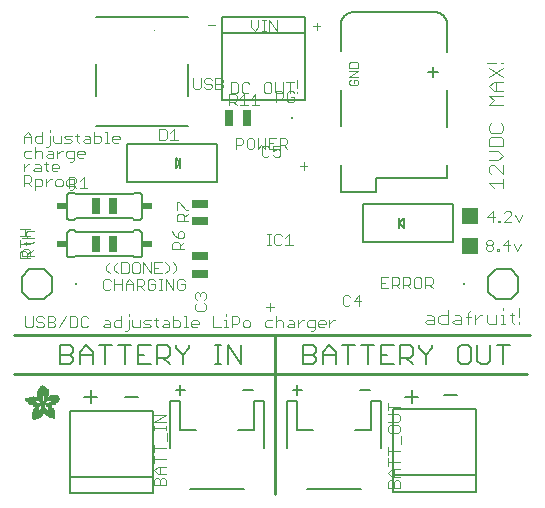
<source format=gbr>
G04 EAGLE Gerber RS-274X export*
G75*
%MOMM*%
%FSLAX34Y34*%
%LPD*%
%INSilkscreen Top*%
%IPPOS*%
%AMOC8*
5,1,8,0,0,1.08239X$1,22.5*%
G01*
%ADD10C,0.254000*%
%ADD11C,0.152400*%
%ADD12C,0.076200*%
%ADD13C,0.101600*%
%ADD14R,1.397000X1.397000*%
%ADD15C,0.127000*%
%ADD16C,0.177800*%
%ADD17R,0.200000X0.200000*%
%ADD18R,0.650000X1.400000*%
%ADD19R,0.863600X0.609600*%
%ADD20R,1.400000X0.650000*%
%ADD21R,0.002600X0.063400*%
%ADD22R,0.002400X0.099000*%
%ADD23R,0.002600X0.124400*%
%ADD24R,0.002400X0.144800*%
%ADD25R,0.002400X0.162600*%
%ADD26R,0.002600X0.180200*%
%ADD27R,0.002400X0.193000*%
%ADD28R,0.002600X0.208200*%
%ADD29R,0.002400X0.221000*%
%ADD30R,0.002400X0.233600*%
%ADD31R,0.002600X0.246200*%
%ADD32R,0.002400X0.256600*%
%ADD33R,0.002600X0.266600*%
%ADD34R,0.002400X0.276800*%
%ADD35R,0.002400X0.287000*%
%ADD36R,0.002600X0.297200*%
%ADD37R,0.002400X0.304800*%
%ADD38R,0.002600X0.315000*%
%ADD39R,0.002400X0.322600*%
%ADD40R,0.002400X0.332800*%
%ADD41R,0.002600X0.340400*%
%ADD42R,0.002400X0.350400*%
%ADD43R,0.002600X0.355600*%
%ADD44R,0.002400X0.363200*%
%ADD45R,0.002400X0.370800*%
%ADD46R,0.002600X0.378400*%
%ADD47R,0.002400X0.386000*%
%ADD48R,0.002600X0.391000*%
%ADD49R,0.002400X0.398800*%
%ADD50R,0.002400X0.406400*%
%ADD51R,0.002600X0.411400*%
%ADD52R,0.002400X0.419000*%
%ADD53R,0.002600X0.426600*%
%ADD54R,0.002400X0.431800*%
%ADD55R,0.002400X0.436800*%
%ADD56R,0.002600X0.442000*%
%ADD57R,0.002400X0.447000*%
%ADD58R,0.002600X0.454600*%
%ADD59R,0.002400X0.459600*%
%ADD60R,0.002400X0.467400*%
%ADD61R,0.002600X0.469800*%
%ADD62R,0.002400X0.475000*%
%ADD63R,0.002600X0.482600*%
%ADD64R,0.002400X0.485000*%
%ADD65R,0.002400X0.490200*%
%ADD66R,0.002600X0.495200*%
%ADD67R,0.002400X0.503000*%
%ADD68R,0.002600X0.505400*%
%ADD69R,0.002400X0.510400*%
%ADD70R,0.002400X0.515600*%
%ADD71R,0.002600X0.518000*%
%ADD72R,0.002400X0.523200*%
%ADD73R,0.002600X0.525800*%
%ADD74R,0.002400X0.533400*%
%ADD75R,0.002400X0.538400*%
%ADD76R,0.002600X0.541000*%
%ADD77R,0.002400X0.546000*%
%ADD78R,0.002600X0.548600*%
%ADD79R,0.002400X0.553600*%
%ADD80R,0.002400X0.558800*%
%ADD81R,0.002600X0.561400*%
%ADD82R,0.002400X0.566400*%
%ADD83R,0.002600X0.568800*%
%ADD84R,0.002400X0.574000*%
%ADD85R,0.002400X0.576600*%
%ADD86R,0.002600X0.581600*%
%ADD87R,0.002400X0.584200*%
%ADD88R,0.002600X0.589200*%
%ADD89R,0.002400X0.591800*%
%ADD90R,0.002400X0.596800*%
%ADD91R,0.002600X0.599400*%
%ADD92R,0.002400X0.604400*%
%ADD93R,0.002600X0.604400*%
%ADD94R,0.002400X0.609600*%
%ADD95R,0.002400X0.612200*%
%ADD96R,0.002600X0.617200*%
%ADD97R,0.002400X0.619800*%
%ADD98R,0.002600X0.622200*%
%ADD99R,0.002400X0.627200*%
%ADD100R,0.002600X0.632400*%
%ADD101R,0.002400X0.635000*%
%ADD102R,0.002600X0.640000*%
%ADD103R,0.002400X0.642600*%
%ADD104R,0.002400X0.645000*%
%ADD105R,0.002600X0.647600*%
%ADD106R,0.002400X0.650200*%
%ADD107R,0.002600X0.655200*%
%ADD108R,0.002400X0.657800*%
%ADD109R,0.002600X0.662800*%
%ADD110R,0.002400X0.665400*%
%ADD111R,0.002600X0.668000*%
%ADD112R,0.002400X0.670600*%
%ADD113R,0.002400X0.673000*%
%ADD114R,0.002600X0.678200*%
%ADD115R,0.002400X0.680600*%
%ADD116R,0.002600X0.680600*%
%ADD117R,0.002400X0.685800*%
%ADD118R,0.002400X0.688400*%
%ADD119R,0.002600X0.688400*%
%ADD120R,0.002400X0.693400*%
%ADD121R,0.002600X0.696000*%
%ADD122R,0.002400X0.698400*%
%ADD123R,0.002600X0.703400*%
%ADD124R,0.002400X0.706000*%
%ADD125R,0.002600X0.706000*%
%ADD126R,0.002400X0.711200*%
%ADD127R,0.002400X0.713800*%
%ADD128R,0.002600X0.713800*%
%ADD129R,0.002400X0.716200*%
%ADD130R,0.002600X0.721200*%
%ADD131R,0.002400X0.721200*%
%ADD132R,0.002400X0.723800*%
%ADD133R,0.002600X0.723800*%
%ADD134R,0.002400X0.729000*%
%ADD135R,0.002600X0.731600*%
%ADD136R,0.002400X0.731600*%
%ADD137R,0.002400X0.734000*%
%ADD138R,0.002600X0.736600*%
%ADD139R,0.002400X0.739000*%
%ADD140R,0.002600X0.741600*%
%ADD141R,0.002400X0.741600*%
%ADD142R,0.002400X0.744200*%
%ADD143R,0.002600X0.746600*%
%ADD144R,0.002400X0.749200*%
%ADD145R,0.002600X0.751800*%
%ADD146R,0.002400X0.751800*%
%ADD147R,0.002400X0.754200*%
%ADD148R,0.002600X0.756800*%
%ADD149R,0.002400X0.759400*%
%ADD150R,0.002600X0.759400*%
%ADD151R,0.002400X0.762000*%
%ADD152R,0.002400X0.764600*%
%ADD153R,0.002600X0.764600*%
%ADD154R,0.002400X0.767000*%
%ADD155R,0.002600X0.769600*%
%ADD156R,0.002400X0.772000*%
%ADD157R,0.002600X0.774600*%
%ADD158R,0.002400X0.774600*%
%ADD159R,0.002600X0.777200*%
%ADD160R,0.002400X0.777200*%
%ADD161R,0.002400X0.205600*%
%ADD162R,0.002400X0.779800*%
%ADD163R,0.002600X0.309800*%
%ADD164R,0.002600X0.782400*%
%ADD165R,0.002400X0.381000*%
%ADD166R,0.002400X0.784800*%
%ADD167R,0.002600X0.409000*%
%ADD168R,0.002600X0.784800*%
%ADD169R,0.002400X0.787400*%
%ADD170R,0.002400X0.452000*%
%ADD171R,0.002600X0.790000*%
%ADD172R,0.002400X0.487600*%
%ADD173R,0.002400X0.790000*%
%ADD174R,0.002600X0.502800*%
%ADD175R,0.002600X0.792400*%
%ADD176R,0.002400X0.518000*%
%ADD177R,0.002400X0.792400*%
%ADD178R,0.002400X0.530800*%
%ADD179R,0.002400X0.795000*%
%ADD180R,0.002600X0.795000*%
%ADD181R,0.002400X0.797600*%
%ADD182R,0.002600X0.563800*%
%ADD183R,0.002600X0.797600*%
%ADD184R,0.002400X0.800000*%
%ADD185R,0.002400X0.586600*%
%ADD186R,0.002600X0.596800*%
%ADD187R,0.002600X0.802600*%
%ADD188R,0.002400X0.604600*%
%ADD189R,0.002400X0.805200*%
%ADD190R,0.002600X0.612200*%
%ADD191R,0.002600X0.807600*%
%ADD192R,0.002400X0.622200*%
%ADD193R,0.002400X0.807600*%
%ADD194R,0.002400X0.630000*%
%ADD195R,0.002400X0.810200*%
%ADD196R,0.002600X0.637600*%
%ADD197R,0.002600X0.810200*%
%ADD198R,0.002400X0.647600*%
%ADD199R,0.002400X0.812800*%
%ADD200R,0.002600X0.652800*%
%ADD201R,0.002600X0.812800*%
%ADD202R,0.002400X0.815200*%
%ADD203R,0.002600X0.673000*%
%ADD204R,0.002600X0.815200*%
%ADD205R,0.002400X0.817800*%
%ADD206R,0.002600X0.683200*%
%ADD207R,0.002600X0.817800*%
%ADD208R,0.002400X0.690800*%
%ADD209R,0.002400X0.820400*%
%ADD210R,0.002400X0.696000*%
%ADD211R,0.002600X0.703600*%
%ADD212R,0.002600X0.820400*%
%ADD213R,0.002400X0.708600*%
%ADD214R,0.002400X0.823000*%
%ADD215R,0.002600X0.728800*%
%ADD216R,0.002600X0.825400*%
%ADD217R,0.002400X0.825400*%
%ADD218R,0.002600X0.739000*%
%ADD219R,0.002600X0.828000*%
%ADD220R,0.002400X0.828000*%
%ADD221R,0.002600X0.749200*%
%ADD222R,0.002600X0.830600*%
%ADD223R,0.002400X0.754400*%
%ADD224R,0.002400X0.830600*%
%ADD225R,0.002600X0.833200*%
%ADD226R,0.002400X0.764400*%
%ADD227R,0.002400X0.833200*%
%ADD228R,0.002600X0.835600*%
%ADD229R,0.002400X0.833000*%
%ADD230R,0.002400X0.782400*%
%ADD231R,0.002400X0.835600*%
%ADD232R,0.002600X0.787400*%
%ADD233R,0.002600X0.838200*%
%ADD234R,0.002400X0.789800*%
%ADD235R,0.002400X0.838200*%
%ADD236R,0.002600X0.840600*%
%ADD237R,0.002400X0.797400*%
%ADD238R,0.002400X0.840600*%
%ADD239R,0.002600X0.805200*%
%ADD240R,0.002600X0.840800*%
%ADD241R,0.002400X0.840800*%
%ADD242R,0.002600X0.843200*%
%ADD243R,0.002400X0.843200*%
%ADD244R,0.002400X0.815400*%
%ADD245R,0.002600X0.845800*%
%ADD246R,0.002400X0.845800*%
%ADD247R,0.002600X0.830400*%
%ADD248R,0.002600X0.848200*%
%ADD249R,0.002400X0.848200*%
%ADD250R,0.002400X0.848400*%
%ADD251R,0.002600X0.848400*%
%ADD252R,0.002400X0.850800*%
%ADD253R,0.002600X0.853400*%
%ADD254R,0.002600X0.850800*%
%ADD255R,0.002400X0.856000*%
%ADD256R,0.002600X0.861000*%
%ADD257R,0.002400X0.863600*%
%ADD258R,0.002600X0.866000*%
%ADD259R,0.002400X0.868600*%
%ADD260R,0.002600X0.871200*%
%ADD261R,0.002400X0.873600*%
%ADD262R,0.002400X0.853400*%
%ADD263R,0.002400X0.876200*%
%ADD264R,0.002600X0.876200*%
%ADD265R,0.002400X0.881400*%
%ADD266R,0.002600X0.883800*%
%ADD267R,0.002400X0.886400*%
%ADD268R,0.002400X0.889000*%
%ADD269R,0.002600X0.891600*%
%ADD270R,0.002400X0.891400*%
%ADD271R,0.002600X0.894000*%
%ADD272R,0.002400X0.896600*%
%ADD273R,0.002400X0.899000*%
%ADD274R,0.002600X0.901600*%
%ADD275R,0.002600X0.856000*%
%ADD276R,0.002400X0.904200*%
%ADD277R,0.002600X0.904200*%
%ADD278R,0.002400X0.909200*%
%ADD279R,0.002400X0.911800*%
%ADD280R,0.002600X0.914400*%
%ADD281R,0.002400X0.916800*%
%ADD282R,0.002600X0.919400*%
%ADD283R,0.002400X0.919400*%
%ADD284R,0.002400X0.922000*%
%ADD285R,0.002600X0.924600*%
%ADD286R,0.002400X0.927000*%
%ADD287R,0.002600X0.929600*%
%ADD288R,0.002400X0.932200*%
%ADD289R,0.002600X0.934600*%
%ADD290R,0.002400X0.937200*%
%ADD291R,0.002600X0.939800*%
%ADD292R,0.002400X0.942200*%
%ADD293R,0.002400X0.942400*%
%ADD294R,0.002600X0.944800*%
%ADD295R,0.002400X0.947400*%
%ADD296R,0.002600X0.950000*%
%ADD297R,0.002400X0.952400*%
%ADD298R,0.002400X0.955000*%
%ADD299R,0.002600X0.952400*%
%ADD300R,0.002600X0.957400*%
%ADD301R,0.002600X0.365600*%
%ADD302R,0.002600X0.462200*%
%ADD303R,0.002400X0.960000*%
%ADD304R,0.002400X0.358000*%
%ADD305R,0.002400X0.454600*%
%ADD306R,0.002400X0.962600*%
%ADD307R,0.002400X0.353000*%
%ADD308R,0.002400X0.452200*%
%ADD309R,0.002600X0.965200*%
%ADD310R,0.002600X0.350400*%
%ADD311R,0.002600X0.447000*%
%ADD312R,0.002400X0.965200*%
%ADD313R,0.002400X0.348000*%
%ADD314R,0.002400X0.444400*%
%ADD315R,0.002600X0.967600*%
%ADD316R,0.002600X0.345400*%
%ADD317R,0.002600X0.439400*%
%ADD318R,0.002400X0.970200*%
%ADD319R,0.002400X0.342800*%
%ADD320R,0.002400X0.340200*%
%ADD321R,0.002600X0.972800*%
%ADD322R,0.002600X0.337800*%
%ADD323R,0.002600X0.429200*%
%ADD324R,0.002400X0.972800*%
%ADD325R,0.002400X0.335200*%
%ADD326R,0.002400X0.429200*%
%ADD327R,0.002600X0.975400*%
%ADD328R,0.002600X0.332600*%
%ADD329R,0.002600X0.424200*%
%ADD330R,0.002400X0.977800*%
%ADD331R,0.002400X0.424200*%
%ADD332R,0.002600X0.980400*%
%ADD333R,0.002600X0.330200*%
%ADD334R,0.002600X0.419000*%
%ADD335R,0.002400X0.980400*%
%ADD336R,0.002400X0.327600*%
%ADD337R,0.002400X0.414000*%
%ADD338R,0.002600X0.983000*%
%ADD339R,0.002600X0.327600*%
%ADD340R,0.002600X0.414000*%
%ADD341R,0.002400X0.983000*%
%ADD342R,0.002400X0.325000*%
%ADD343R,0.002400X0.985400*%
%ADD344R,0.002400X0.409000*%
%ADD345R,0.002600X0.988000*%
%ADD346R,0.002600X0.322600*%
%ADD347R,0.002400X0.322400*%
%ADD348R,0.002600X0.320000*%
%ADD349R,0.002600X0.403800*%
%ADD350R,0.002400X0.990600*%
%ADD351R,0.002400X0.317400*%
%ADD352R,0.002400X0.401200*%
%ADD353R,0.002600X0.990600*%
%ADD354R,0.002600X0.317400*%
%ADD355R,0.002600X0.398800*%
%ADD356R,0.002400X0.315000*%
%ADD357R,0.002400X0.396200*%
%ADD358R,0.002600X0.993000*%
%ADD359R,0.002600X0.393600*%
%ADD360R,0.002400X0.993000*%
%ADD361R,0.002400X0.312400*%
%ADD362R,0.002400X0.393600*%
%ADD363R,0.002600X0.312400*%
%ADD364R,0.002600X0.391200*%
%ADD365R,0.002400X0.309800*%
%ADD366R,0.002400X0.388600*%
%ADD367R,0.002600X1.305600*%
%ADD368R,0.002600X0.386000*%
%ADD369R,0.002400X1.300400*%
%ADD370R,0.002400X1.298000*%
%ADD371R,0.002400X0.383400*%
%ADD372R,0.002600X1.298000*%
%ADD373R,0.002600X0.383400*%
%ADD374R,0.002400X1.295400*%
%ADD375R,0.002600X1.292800*%
%ADD376R,0.002600X0.381000*%
%ADD377R,0.002400X1.290200*%
%ADD378R,0.002400X0.378400*%
%ADD379R,0.002600X1.285200*%
%ADD380R,0.002400X1.285200*%
%ADD381R,0.002400X0.373400*%
%ADD382R,0.002600X1.282600*%
%ADD383R,0.002600X0.373400*%
%ADD384R,0.002400X1.282600*%
%ADD385R,0.002400X1.277600*%
%ADD386R,0.002600X1.277600*%
%ADD387R,0.002600X0.368200*%
%ADD388R,0.002400X1.275000*%
%ADD389R,0.002400X0.368200*%
%ADD390R,0.002600X1.272400*%
%ADD391R,0.002600X0.365800*%
%ADD392R,0.002400X1.270000*%
%ADD393R,0.002400X0.365800*%
%ADD394R,0.002600X1.265000*%
%ADD395R,0.002600X0.363200*%
%ADD396R,0.002400X1.265000*%
%ADD397R,0.002600X1.262400*%
%ADD398R,0.002600X0.360600*%
%ADD399R,0.002400X1.259800*%
%ADD400R,0.002400X0.360600*%
%ADD401R,0.002400X1.257200*%
%ADD402R,0.002600X1.257200*%
%ADD403R,0.002600X0.358000*%
%ADD404R,0.002400X1.254800*%
%ADD405R,0.002400X0.355600*%
%ADD406R,0.002600X1.252200*%
%ADD407R,0.002400X1.252200*%
%ADD408R,0.002400X1.247000*%
%ADD409R,0.002600X1.247000*%
%ADD410R,0.002600X0.353000*%
%ADD411R,0.002600X1.242000*%
%ADD412R,0.002400X1.242000*%
%ADD413R,0.002400X1.239400*%
%ADD414R,0.002600X1.237000*%
%ADD415R,0.002600X0.347800*%
%ADD416R,0.002400X1.237000*%
%ADD417R,0.002400X0.347800*%
%ADD418R,0.002600X1.231800*%
%ADD419R,0.002400X1.231800*%
%ADD420R,0.002400X0.345400*%
%ADD421R,0.002600X1.226800*%
%ADD422R,0.002400X1.226800*%
%ADD423R,0.002600X1.224200*%
%ADD424R,0.002600X0.342800*%
%ADD425R,0.002400X1.221600*%
%ADD426R,0.002400X0.340400*%
%ADD427R,0.002600X1.219200*%
%ADD428R,0.002400X1.216600*%
%ADD429R,0.002400X0.337800*%
%ADD430R,0.002600X1.214200*%
%ADD431R,0.002400X1.214200*%
%ADD432R,0.002400X1.209000*%
%ADD433R,0.002600X1.209000*%
%ADD434R,0.002600X0.335200*%
%ADD435R,0.002600X1.206400*%
%ADD436R,0.002400X0.652800*%
%ADD437R,0.002400X0.083800*%
%ADD438R,0.002400X0.505400*%
%ADD439R,0.002400X0.134600*%
%ADD440R,0.002600X0.497800*%
%ADD441R,0.002600X0.332800*%
%ADD442R,0.002600X0.167600*%
%ADD443R,0.002400X0.632400*%
%ADD444R,0.002400X0.330200*%
%ADD445R,0.002400X0.195400*%
%ADD446R,0.002600X0.629800*%
%ADD447R,0.002600X0.223400*%
%ADD448R,0.002400X0.624800*%
%ADD449R,0.002400X0.474800*%
%ADD450R,0.002400X0.246400*%
%ADD451R,0.002400X0.469800*%
%ADD452R,0.002400X0.264000*%
%ADD453R,0.002600X0.619600*%
%ADD454R,0.002600X0.284400*%
%ADD455R,0.002400X0.617200*%
%ADD456R,0.002400X0.457200*%
%ADD457R,0.002400X0.302200*%
%ADD458R,0.002600X0.614600*%
%ADD459R,0.002600X0.452000*%
%ADD460R,0.002600X0.325000*%
%ADD461R,0.002400X0.439400*%
%ADD462R,0.002600X0.609600*%
%ADD463R,0.002600X0.434400*%
%ADD464R,0.002600X0.322400*%
%ADD465R,0.002400X0.602000*%
%ADD466R,0.002400X0.416400*%
%ADD467R,0.002400X0.599400*%
%ADD468R,0.002400X0.408800*%
%ADD469R,0.002400X0.320000*%
%ADD470R,0.002400X0.441800*%
%ADD471R,0.002600X0.401200*%
%ADD472R,0.002400X0.464800*%
%ADD473R,0.002400X0.594200*%
%ADD474R,0.002600X0.591800*%
%ADD475R,0.002600X0.487600*%
%ADD476R,0.002400X0.594400*%
%ADD477R,0.002400X0.495200*%
%ADD478R,0.002600X0.508000*%
%ADD479R,0.002400X0.518200*%
%ADD480R,0.002400X0.589200*%
%ADD481R,0.002400X0.375800*%
%ADD482R,0.002400X0.528400*%
%ADD483R,0.002600X0.370800*%
%ADD484R,0.002600X0.538400*%
%ADD485R,0.002600X0.586600*%
%ADD486R,0.002600X0.556200*%
%ADD487R,0.002400X0.314800*%
%ADD488R,0.002600X0.586800*%
%ADD489R,0.002600X0.584200*%
%ADD490R,0.002600X0.602000*%
%ADD491R,0.002400X0.581600*%
%ADD492R,0.002400X0.619600*%
%ADD493R,0.002600X0.627400*%
%ADD494R,0.002600X0.307200*%
%ADD495R,0.002600X0.642600*%
%ADD496R,0.002400X0.579200*%
%ADD497R,0.002400X0.307400*%
%ADD498R,0.002600X0.579000*%
%ADD499R,0.002600X0.307400*%
%ADD500R,0.002600X0.665400*%
%ADD501R,0.002400X0.307200*%
%ADD502R,0.002600X0.314800*%
%ADD503R,0.002600X0.304800*%
%ADD504R,0.002400X0.576400*%
%ADD505R,0.002600X0.576600*%
%ADD506R,0.002400X0.713600*%
%ADD507R,0.002600X0.574000*%
%ADD508R,0.002600X0.302200*%
%ADD509R,0.002600X0.721400*%
%ADD510R,0.002400X0.299600*%
%ADD511R,0.002400X0.297200*%
%ADD512R,0.002400X0.736600*%
%ADD513R,0.002600X0.292000*%
%ADD514R,0.002400X0.289600*%
%ADD515R,0.002400X0.746800*%
%ADD516R,0.002600X0.571400*%
%ADD517R,0.002600X0.287000*%
%ADD518R,0.002600X0.299800*%
%ADD519R,0.002600X0.754400*%
%ADD520R,0.002400X0.284400*%
%ADD521R,0.002400X1.061800*%
%ADD522R,0.002400X0.571400*%
%ADD523R,0.002400X0.282000*%
%ADD524R,0.002400X1.066800*%
%ADD525R,0.002600X0.279400*%
%ADD526R,0.002600X1.066800*%
%ADD527R,0.002400X1.071800*%
%ADD528R,0.002600X0.274200*%
%ADD529R,0.002600X1.074400*%
%ADD530R,0.002400X0.274200*%
%ADD531R,0.002400X1.076800*%
%ADD532R,0.002400X0.569000*%
%ADD533R,0.002400X0.271800*%
%ADD534R,0.002400X1.079400*%
%ADD535R,0.002600X0.269200*%
%ADD536R,0.002600X1.082000*%
%ADD537R,0.002400X0.266600*%
%ADD538R,0.002400X1.087000*%
%ADD539R,0.002600X0.569000*%
%ADD540R,0.002600X0.264200*%
%ADD541R,0.002600X1.087000*%
%ADD542R,0.002400X0.568800*%
%ADD543R,0.002400X0.261600*%
%ADD544R,0.002400X1.092200*%
%ADD545R,0.002400X0.259000*%
%ADD546R,0.002400X1.094800*%
%ADD547R,0.002600X0.566400*%
%ADD548R,0.002600X0.256600*%
%ADD549R,0.002600X1.097200*%
%ADD550R,0.002400X1.099800*%
%ADD551R,0.002600X0.254000*%
%ADD552R,0.002600X1.104800*%
%ADD553R,0.002400X0.251400*%
%ADD554R,0.002400X1.104800*%
%ADD555R,0.002400X0.248800*%
%ADD556R,0.002400X1.110000*%
%ADD557R,0.002600X0.246400*%
%ADD558R,0.002600X1.112400*%
%ADD559R,0.002400X1.115000*%
%ADD560R,0.002600X1.117600*%
%ADD561R,0.002400X0.563800*%
%ADD562R,0.002400X0.243800*%
%ADD563R,0.002400X1.122600*%
%ADD564R,0.002400X0.241200*%
%ADD565R,0.002600X0.241200*%
%ADD566R,0.002600X1.127800*%
%ADD567R,0.002400X0.238600*%
%ADD568R,0.002400X1.130200*%
%ADD569R,0.002600X0.236200*%
%ADD570R,0.002600X1.132800*%
%ADD571R,0.002400X0.561400*%
%ADD572R,0.002400X1.137800*%
%ADD573R,0.002400X0.561200*%
%ADD574R,0.002600X0.561200*%
%ADD575R,0.002600X0.233600*%
%ADD576R,0.002600X1.143000*%
%ADD577R,0.002400X0.231200*%
%ADD578R,0.002400X1.145600*%
%ADD579R,0.002600X0.231200*%
%ADD580R,0.002600X1.148000*%
%ADD581R,0.002400X0.228600*%
%ADD582R,0.002400X1.153200*%
%ADD583R,0.002400X0.226000*%
%ADD584R,0.002600X0.558800*%
%ADD585R,0.002600X0.228600*%
%ADD586R,0.002600X1.158200*%
%ADD587R,0.002400X1.160800*%
%ADD588R,0.002600X1.165800*%
%ADD589R,0.002400X0.223400*%
%ADD590R,0.002400X1.168400*%
%ADD591R,0.002400X1.171000*%
%ADD592R,0.002600X1.176000*%
%ADD593R,0.002400X0.220800*%
%ADD594R,0.002400X1.176000*%
%ADD595R,0.002600X0.221000*%
%ADD596R,0.002600X1.181000*%
%ADD597R,0.002400X1.186200*%
%ADD598R,0.002400X0.218400*%
%ADD599R,0.002400X1.188600*%
%ADD600R,0.002600X1.193800*%
%ADD601R,0.002400X1.196200*%
%ADD602R,0.002600X1.201400*%
%ADD603R,0.002400X0.556200*%
%ADD604R,0.002400X1.206400*%
%ADD605R,0.002600X0.218400*%
%ADD606R,0.002600X1.221600*%
%ADD607R,0.002400X0.553800*%
%ADD608R,0.002400X0.223600*%
%ADD609R,0.002600X0.553600*%
%ADD610R,0.002600X0.226000*%
%ADD611R,0.002600X0.551200*%
%ADD612R,0.002600X0.231000*%
%ADD613R,0.002600X1.249600*%
%ADD614R,0.002400X0.551200*%
%ADD615R,0.002400X0.236200*%
%ADD616R,0.002400X1.513800*%
%ADD617R,0.002600X1.513800*%
%ADD618R,0.002400X0.551000*%
%ADD619R,0.002600X1.516200*%
%ADD620R,0.002400X1.516400*%
%ADD621R,0.002600X0.551000*%
%ADD622R,0.002600X1.518800*%
%ADD623R,0.002400X1.519000*%
%ADD624R,0.002600X1.519000*%
%ADD625R,0.002400X1.521400*%
%ADD626R,0.002600X1.521400*%
%ADD627R,0.002400X1.524000*%
%ADD628R,0.002600X1.524000*%
%ADD629R,0.002400X1.526400*%
%ADD630R,0.002600X1.526600*%
%ADD631R,0.002400X1.529000*%
%ADD632R,0.002600X1.529000*%
%ADD633R,0.002400X1.531600*%
%ADD634R,0.002600X1.534200*%
%ADD635R,0.002400X1.536600*%
%ADD636R,0.002600X1.539200*%
%ADD637R,0.002400X1.541800*%
%ADD638R,0.002600X1.544200*%
%ADD639R,0.002400X1.549400*%
%ADD640R,0.002600X1.549400*%
%ADD641R,0.002400X1.554400*%
%ADD642R,0.002400X1.557000*%
%ADD643R,0.002600X0.594400*%
%ADD644R,0.002600X1.559400*%
%ADD645R,0.002400X1.564600*%
%ADD646R,0.002600X0.604600*%
%ADD647R,0.002600X1.567200*%
%ADD648R,0.002400X1.572200*%
%ADD649R,0.002400X0.614600*%
%ADD650R,0.002400X1.577200*%
%ADD651R,0.002400X0.525800*%
%ADD652R,0.002400X0.906800*%
%ADD653R,0.002600X1.168400*%
%ADD654R,0.002600X0.889000*%
%ADD655R,0.002400X1.155600*%
%ADD656R,0.002400X1.143000*%
%ADD657R,0.002400X0.866200*%
%ADD658R,0.002600X1.130200*%
%ADD659R,0.002400X1.120000*%
%ADD660R,0.002600X1.110000*%
%ADD661R,0.002600X1.084600*%
%ADD662R,0.002600X1.071800*%
%ADD663R,0.002400X1.064200*%
%ADD664R,0.002400X0.807800*%
%ADD665R,0.002400X1.059200*%
%ADD666R,0.002400X0.802600*%
%ADD667R,0.002600X1.054000*%
%ADD668R,0.002600X0.800000*%
%ADD669R,0.002400X1.049000*%
%ADD670R,0.002600X1.046400*%
%ADD671R,0.002400X1.041400*%
%ADD672R,0.002400X1.038800*%
%ADD673R,0.002600X1.033800*%
%ADD674R,0.002400X1.031200*%
%ADD675R,0.002600X1.028600*%
%ADD676R,0.002400X1.026000*%
%ADD677R,0.002400X0.782200*%
%ADD678R,0.002400X1.026200*%
%ADD679R,0.002600X1.023600*%
%ADD680R,0.002600X0.782200*%
%ADD681R,0.002400X1.021000*%
%ADD682R,0.002600X1.021000*%
%ADD683R,0.002400X1.018400*%
%ADD684R,0.002600X1.018400*%
%ADD685R,0.002400X1.023600*%
%ADD686R,0.002600X1.026200*%
%ADD687R,0.002400X1.028600*%
%ADD688R,0.002600X1.033600*%
%ADD689R,0.002600X0.797400*%
%ADD690R,0.002400X1.033600*%
%ADD691R,0.002600X1.036200*%
%ADD692R,0.002400X1.046400*%
%ADD693R,0.002600X1.049000*%
%ADD694R,0.002400X1.054000*%
%ADD695R,0.002600X1.056600*%
%ADD696R,0.002400X1.061600*%
%ADD697R,0.002400X0.822800*%
%ADD698R,0.002400X1.097200*%
%ADD699R,0.002600X0.858400*%
%ADD700R,0.002600X1.122600*%
%ADD701R,0.002400X0.878800*%
%ADD702R,0.002400X1.140400*%
%ADD703R,0.002400X0.883800*%
%ADD704R,0.002400X0.901600*%
%ADD705R,0.002600X1.170800*%
%ADD706R,0.002600X0.909200*%
%ADD707R,0.002400X1.181000*%
%ADD708R,0.002400X1.196400*%
%ADD709R,0.002400X0.929600*%
%ADD710R,0.002400X1.221800*%
%ADD711R,0.002400X0.949800*%
%ADD712R,0.002600X0.962600*%
%ADD713R,0.002400X0.975400*%
%ADD714R,0.002400X1.272400*%
%ADD715R,0.002600X1.290400*%
%ADD716R,0.002600X1.008200*%
%ADD717R,0.002400X1.318200*%
%ADD718R,0.002600X1.361400*%
%ADD719R,0.002400X2.491600*%
%ADD720R,0.002400X2.494200*%
%ADD721R,0.002600X2.499400*%
%ADD722R,0.002400X2.501800*%
%ADD723R,0.002600X2.504400*%
%ADD724R,0.002400X2.509400*%
%ADD725R,0.002400X2.512000*%
%ADD726R,0.002600X2.517200*%
%ADD727R,0.002400X2.519600*%
%ADD728R,0.002600X2.524800*%
%ADD729R,0.002400X2.527200*%
%ADD730R,0.002400X2.529800*%
%ADD731R,0.002600X2.535000*%
%ADD732R,0.002400X1.673800*%
%ADD733R,0.002600X1.661200*%
%ADD734R,0.002400X1.653400*%
%ADD735R,0.002400X1.645800*%
%ADD736R,0.002600X1.638200*%
%ADD737R,0.002400X1.635800*%
%ADD738R,0.002600X0.779800*%
%ADD739R,0.002600X1.630600*%
%ADD740R,0.002400X1.625600*%
%ADD741R,0.002400X0.772200*%
%ADD742R,0.002400X1.620400*%
%ADD743R,0.002600X1.618000*%
%ADD744R,0.002400X1.612800*%
%ADD745R,0.002600X0.764400*%
%ADD746R,0.002600X1.610200*%
%ADD747R,0.002400X1.607800*%
%ADD748R,0.002400X1.602600*%
%ADD749R,0.002600X0.757000*%
%ADD750R,0.002600X1.600200*%
%ADD751R,0.002400X1.597600*%
%ADD752R,0.002600X1.595000*%
%ADD753R,0.002400X1.592600*%
%ADD754R,0.002400X1.590000*%
%ADD755R,0.002600X0.746800*%
%ADD756R,0.002600X1.587400*%
%ADD757R,0.002400X1.585000*%
%ADD758R,0.002600X0.744200*%
%ADD759R,0.002600X1.582400*%
%ADD760R,0.002400X1.579800*%
%ADD761R,0.002600X1.577200*%
%ADD762R,0.002400X1.574800*%
%ADD763R,0.002600X0.734000*%
%ADD764R,0.002600X1.574800*%
%ADD765R,0.002400X1.338600*%
%ADD766R,0.002400X0.731400*%
%ADD767R,0.002400X1.323200*%
%ADD768R,0.002600X0.731400*%
%ADD769R,0.002600X0.213200*%
%ADD770R,0.002600X1.315600*%
%ADD771R,0.002400X0.210800*%
%ADD772R,0.002400X1.308000*%
%ADD773R,0.002600X0.726400*%
%ADD774R,0.002600X0.210800*%
%ADD775R,0.002600X1.300400*%
%ADD776R,0.002400X0.721400*%
%ADD777R,0.002400X0.208200*%
%ADD778R,0.002400X0.718800*%
%ADD779R,0.002600X0.716200*%
%ADD780R,0.002400X1.267400*%
%ADD781R,0.002600X0.713600*%
%ADD782R,0.002600X1.254800*%
%ADD783R,0.002400X1.249600*%
%ADD784R,0.002600X0.711200*%
%ADD785R,0.002600X1.244600*%
%ADD786R,0.002400X0.706200*%
%ADD787R,0.002400X0.213400*%
%ADD788R,0.002400X0.213200*%
%ADD789R,0.002600X0.215800*%
%ADD790R,0.002600X1.221800*%
%ADD791R,0.002400X0.701000*%
%ADD792R,0.002400X0.215800*%
%ADD793R,0.002400X1.219200*%
%ADD794R,0.002400X1.214000*%
%ADD795R,0.002600X0.701000*%
%ADD796R,0.002600X0.223600*%
%ADD797R,0.002600X1.198800*%
%ADD798R,0.002400X0.695800*%
%ADD799R,0.002400X1.193800*%
%ADD800R,0.002400X1.188800*%
%ADD801R,0.002600X0.695800*%
%ADD802R,0.002600X1.186200*%
%ADD803R,0.002600X0.690800*%
%ADD804R,0.002600X1.178400*%
%ADD805R,0.002400X0.238800*%
%ADD806R,0.002400X1.173400*%
%ADD807R,0.002400X0.688200*%
%ADD808R,0.002600X0.688200*%
%ADD809R,0.002600X1.163200*%
%ADD810R,0.002400X1.158200*%
%ADD811R,0.002600X0.685800*%
%ADD812R,0.002600X1.155600*%
%ADD813R,0.002400X1.150600*%
%ADD814R,0.002400X0.683200*%
%ADD815R,0.002400X1.145400*%
%ADD816R,0.002400X0.256400*%
%ADD817R,0.002400X1.135400*%
%ADD818R,0.002600X0.261600*%
%ADD819R,0.002400X1.127600*%
%ADD820R,0.002400X1.125200*%
%ADD821R,0.002600X1.120000*%
%ADD822R,0.002400X0.678200*%
%ADD823R,0.002400X1.107400*%
%ADD824R,0.002400X0.675600*%
%ADD825R,0.002400X1.102200*%
%ADD826R,0.002600X1.099800*%
%ADD827R,0.002600X0.675600*%
%ADD828R,0.002600X1.089600*%
%ADD829R,0.002400X0.294600*%
%ADD830R,0.002400X1.084400*%
%ADD831R,0.002400X1.082000*%
%ADD832R,0.002600X1.076800*%
%ADD833R,0.002600X1.069200*%
%ADD834R,0.002400X1.051400*%
%ADD835R,0.002400X0.670400*%
%ADD836R,0.002600X0.670600*%
%ADD837R,0.002600X1.031200*%
%ADD838R,0.002600X0.670400*%
%ADD839R,0.002400X1.016000*%
%ADD840R,0.002600X1.010800*%
%ADD841R,0.002400X0.376000*%
%ADD842R,0.002400X1.005800*%
%ADD843R,0.002600X1.000800*%
%ADD844R,0.002400X0.998200*%
%ADD845R,0.002400X0.391200*%
%ADD846R,0.002600X0.396200*%
%ADD847R,0.002400X0.401400*%
%ADD848R,0.002600X0.406400*%
%ADD849R,0.002600X0.977800*%
%ADD850R,0.002400X0.421600*%
%ADD851R,0.002600X0.955000*%
%ADD852R,0.002400X0.950000*%
%ADD853R,0.002400X0.944800*%
%ADD854R,0.002600X0.942200*%
%ADD855R,0.002400X0.467200*%
%ADD856R,0.002600X0.477400*%
%ADD857R,0.002600X0.530800*%
%ADD858R,0.002600X0.906800*%
%ADD859R,0.002400X1.325800*%
%ADD860R,0.002400X0.894000*%
%ADD861R,0.002600X1.325800*%
%ADD862R,0.002400X1.328400*%
%ADD863R,0.002600X1.328400*%
%ADD864R,0.002600X0.881400*%
%ADD865R,0.002400X1.333400*%
%ADD866R,0.002600X1.333400*%
%ADD867R,0.002600X0.863600*%
%ADD868R,0.002400X0.858400*%
%ADD869R,0.002600X1.336000*%
%ADD870R,0.002600X1.338600*%
%ADD871R,0.002600X0.833000*%
%ADD872R,0.002400X1.343600*%
%ADD873R,0.002600X1.343600*%
%ADD874R,0.002400X0.365600*%
%ADD875R,0.002400X1.346200*%
%ADD876R,0.002600X1.348800*%
%ADD877R,0.002400X1.348800*%
%ADD878R,0.002600X1.351200*%
%ADD879R,0.002400X1.351200*%
%ADD880R,0.002400X0.269200*%
%ADD881R,0.002400X1.353800*%
%ADD882R,0.002400X0.249000*%
%ADD883R,0.002600X1.353800*%
%ADD884R,0.002600X0.340200*%
%ADD885R,0.002400X1.356200*%
%ADD886R,0.002600X1.358800*%
%ADD887R,0.002600X0.198200*%
%ADD888R,0.002400X1.358800*%
%ADD889R,0.002400X0.180200*%
%ADD890R,0.002400X0.157400*%
%ADD891R,0.002600X0.132000*%
%ADD892R,0.002400X1.364000*%
%ADD893R,0.002400X0.101600*%
%ADD894R,0.002600X1.364000*%
%ADD895R,0.002600X0.050800*%
%ADD896R,0.002400X1.369000*%
%ADD897R,0.002600X1.369000*%
%ADD898R,0.002600X1.371600*%
%ADD899R,0.002400X1.374200*%
%ADD900R,0.002600X1.376600*%
%ADD901R,0.002400X1.376600*%
%ADD902R,0.002600X1.379200*%
%ADD903R,0.002400X1.381800*%
%ADD904R,0.002600X1.381800*%
%ADD905R,0.002400X1.386800*%
%ADD906R,0.002600X1.386800*%
%ADD907R,0.002600X0.294600*%
%ADD908R,0.002400X1.389200*%
%ADD909R,0.002600X1.389200*%
%ADD910R,0.002400X1.394400*%
%ADD911R,0.002400X0.292000*%
%ADD912R,0.002600X1.394400*%
%ADD913R,0.002400X1.397000*%
%ADD914R,0.002600X1.397000*%
%ADD915R,0.002400X1.402000*%
%ADD916R,0.002600X1.402000*%
%ADD917R,0.002600X0.289600*%
%ADD918R,0.002400X1.404600*%
%ADD919R,0.002600X1.407000*%
%ADD920R,0.002400X1.409600*%
%ADD921R,0.002600X1.412200*%
%ADD922R,0.002400X1.412200*%
%ADD923R,0.002600X1.414800*%
%ADD924R,0.002400X1.417200*%
%ADD925R,0.002600X1.419800*%
%ADD926R,0.002400X1.419800*%
%ADD927R,0.002400X1.422400*%
%ADD928R,0.002600X1.424800*%
%ADD929R,0.002400X1.424800*%
%ADD930R,0.002600X1.051400*%
%ADD931R,0.002600X0.375800*%
%ADD932R,0.002400X1.044000*%
%ADD933R,0.002400X0.383600*%
%ADD934R,0.002600X1.041400*%
%ADD935R,0.002600X0.299600*%
%ADD936R,0.002600X1.038800*%
%ADD937R,0.002600X0.388600*%
%ADD938R,0.002400X1.036200*%
%ADD939R,0.002600X0.398600*%
%ADD940R,0.002400X0.398600*%
%ADD941R,0.002600X1.018600*%
%ADD942R,0.002400X0.403800*%
%ADD943R,0.002600X1.013400*%
%ADD944R,0.002400X1.008400*%
%ADD945R,0.002400X0.411400*%
%ADD946R,0.002600X1.005800*%
%ADD947R,0.002400X1.003200*%
%ADD948R,0.002600X0.421600*%
%ADD949R,0.002400X0.426800*%
%ADD950R,0.002400X0.995600*%
%ADD951R,0.002600X0.441800*%
%ADD952R,0.002400X0.988000*%
%ADD953R,0.002600X0.985400*%
%ADD954R,0.002400X0.975200*%
%ADD955R,0.002600X0.970200*%
%ADD956R,0.002400X0.967600*%
%ADD957R,0.002600X0.960000*%
%ADD958R,0.002600X0.805000*%
%ADD959R,0.002400X0.957400*%
%ADD960R,0.002600X0.947400*%
%ADD961R,0.002400X0.934600*%
%ADD962R,0.002600X0.927000*%
%ADD963R,0.002400X0.924600*%
%ADD964R,0.002400X0.917000*%
%ADD965R,0.002600X0.891400*%
%ADD966R,0.002400X0.861000*%
%ADD967R,0.002600X0.789800*%
%ADD968R,0.002600X0.772200*%
%ADD969R,0.002600X0.772000*%
%ADD970R,0.002400X0.726400*%
%ADD971R,0.002400X0.769600*%
%ADD972R,0.002600X0.718800*%
%ADD973R,0.002600X0.767000*%
%ADD974R,0.002400X0.660400*%
%ADD975R,0.002600X0.650200*%
%ADD976R,0.002400X0.637400*%
%ADD977R,0.002400X0.607000*%
%ADD978R,0.002400X0.535800*%
%ADD979R,0.002400X0.756800*%
%ADD980R,0.002400X0.061000*%
%ADD981R,0.002400X0.746600*%
%ADD982R,0.002600X0.729000*%
%ADD983R,0.002400X0.703600*%
%ADD984R,0.002600X0.698400*%
%ADD985R,0.002600X0.693400*%
%ADD986R,0.002400X0.680800*%
%ADD987R,0.002600X0.680800*%
%ADD988R,0.002400X0.668000*%
%ADD989R,0.002400X0.663000*%
%ADD990R,0.002600X0.663000*%
%ADD991R,0.002400X0.655200*%
%ADD992R,0.002600X0.652600*%
%ADD993R,0.002400X0.652600*%
%ADD994R,0.002400X0.645200*%
%ADD995R,0.002600X0.645200*%
%ADD996R,0.002400X0.640000*%
%ADD997R,0.002600X0.635000*%
%ADD998R,0.002400X0.629800*%
%ADD999R,0.002400X0.627400*%
%ADD1000R,0.002600X0.612000*%
%ADD1001R,0.002400X0.612000*%
%ADD1002R,0.002600X0.607000*%
%ADD1003R,0.002600X0.553800*%
%ADD1004R,0.002600X0.546000*%
%ADD1005R,0.002400X0.543400*%
%ADD1006R,0.002600X0.543400*%
%ADD1007R,0.002400X0.536000*%
%ADD1008R,0.002600X0.536000*%
%ADD1009R,0.002600X0.528200*%
%ADD1010R,0.002400X0.525600*%
%ADD1011R,0.002600X0.520600*%
%ADD1012R,0.002600X0.515600*%
%ADD1013R,0.002400X0.510600*%
%ADD1014R,0.002400X0.502800*%
%ADD1015R,0.002600X0.500400*%
%ADD1016R,0.002400X0.497800*%
%ADD1017R,0.002400X0.492800*%
%ADD1018R,0.002600X0.492800*%
%ADD1019R,0.002600X0.485000*%
%ADD1020R,0.002400X0.482600*%
%ADD1021R,0.002400X0.480000*%
%ADD1022R,0.002600X0.475000*%
%ADD1023R,0.002400X0.472400*%
%ADD1024R,0.002600X0.444400*%
%ADD1025R,0.002400X0.442000*%
%ADD1026R,0.002600X0.436800*%
%ADD1027R,0.002400X0.434200*%
%ADD1028R,0.002400X0.416600*%
%ADD1029R,0.002400X0.358200*%
%ADD1030R,0.002400X0.289400*%
%ADD1031R,0.002600X0.276800*%
%ADD1032R,0.002600X0.256400*%
%ADD1033R,0.002400X0.254000*%
%ADD1034R,0.002600X0.243800*%
%ADD1035R,0.002400X0.231000*%
%ADD1036R,0.002400X0.203200*%
%ADD1037R,0.002600X0.200600*%
%ADD1038R,0.002400X0.195600*%
%ADD1039R,0.002600X0.193000*%
%ADD1040R,0.002400X0.188000*%
%ADD1041R,0.002400X0.182800*%
%ADD1042R,0.002400X0.172600*%
%ADD1043R,0.002600X0.170200*%
%ADD1044R,0.002400X0.167600*%
%ADD1045R,0.002400X0.160000*%
%ADD1046R,0.002600X0.157400*%
%ADD1047R,0.002400X0.152400*%
%ADD1048R,0.002600X0.149800*%
%ADD1049R,0.002400X0.139600*%
%ADD1050R,0.002600X0.137200*%
%ADD1051R,0.002400X0.129400*%
%ADD1052R,0.002600X0.127000*%
%ADD1053R,0.002400X0.124400*%
%ADD1054R,0.002400X0.119400*%
%ADD1055R,0.002600X0.114200*%
%ADD1056R,0.002400X0.109200*%
%ADD1057R,0.002600X0.106600*%
%ADD1058R,0.002400X0.096400*%
%ADD1059R,0.002600X0.094000*%
%ADD1060R,0.002400X0.088800*%
%ADD1061R,0.002600X0.083800*%
%ADD1062R,0.002400X0.078600*%
%ADD1063R,0.002400X0.076200*%
%ADD1064R,0.002600X0.073600*%
%ADD1065R,0.002400X0.066000*%
%ADD1066R,0.002400X0.058400*%
%ADD1067R,0.002400X0.055800*%
%ADD1068R,0.002600X0.048200*%
%ADD1069R,0.002400X0.045600*%
%ADD1070R,0.002600X0.043200*%
%ADD1071R,0.002400X0.038000*%
%ADD1072R,0.002400X0.035600*%
%ADD1073R,0.002600X0.027800*%
%ADD1074R,0.002400X0.025400*%
%ADD1075R,0.002600X0.020200*%
%ADD1076R,0.002400X0.017800*%
%ADD1077R,0.002400X0.015200*%
%ADD1078R,0.002600X0.010000*%
%ADD1079R,0.002400X0.007600*%


D10*
X222250Y0D02*
X222250Y101600D01*
X435610Y101600D01*
X222250Y101600D02*
X1270Y101600D01*
X1270Y134620D02*
X222250Y134620D01*
X438150Y134620D01*
X222250Y134620D02*
X222250Y101600D01*
D11*
X71299Y82557D02*
X60452Y82557D01*
X65875Y87980D02*
X65875Y77134D01*
X332232Y82557D02*
X343079Y82557D01*
X337655Y87980D02*
X337655Y77134D01*
X105589Y82557D02*
X94742Y82557D01*
X365252Y83827D02*
X376099Y83827D01*
D12*
X184531Y339471D02*
X184531Y348877D01*
X184531Y339471D02*
X189234Y339471D01*
X190802Y341039D01*
X190802Y347309D01*
X189234Y348877D01*
X184531Y348877D01*
X198589Y348877D02*
X200157Y347309D01*
X198589Y348877D02*
X195454Y348877D01*
X193886Y347309D01*
X193886Y341039D01*
X195454Y339471D01*
X198589Y339471D01*
X200157Y341039D01*
X214164Y348877D02*
X217300Y348877D01*
X214164Y348877D02*
X212597Y347309D01*
X212597Y341039D01*
X214164Y339471D01*
X217300Y339471D01*
X218867Y341039D01*
X218867Y347309D01*
X217300Y348877D01*
X221952Y348877D02*
X221952Y341039D01*
X223519Y339471D01*
X226655Y339471D01*
X228222Y341039D01*
X228222Y348877D01*
X234442Y348877D02*
X234442Y339471D01*
X231307Y348877D02*
X237578Y348877D01*
X240662Y341039D02*
X240662Y339471D01*
X240662Y344174D02*
X240662Y350445D01*
X253916Y396244D02*
X260187Y396244D01*
X257051Y399379D02*
X257051Y393109D01*
X171287Y397514D02*
X165016Y397514D01*
X81284Y182507D02*
X82852Y180939D01*
X81284Y182507D02*
X78149Y182507D01*
X76581Y180939D01*
X76581Y174669D01*
X78149Y173101D01*
X81284Y173101D01*
X82852Y174669D01*
X85936Y173101D02*
X85936Y182507D01*
X85936Y177804D02*
X92207Y177804D01*
X92207Y182507D02*
X92207Y173101D01*
X95291Y173101D02*
X95291Y179372D01*
X98427Y182507D01*
X101562Y179372D01*
X101562Y173101D01*
X101562Y177804D02*
X95291Y177804D01*
X104647Y173101D02*
X104647Y182507D01*
X109350Y182507D01*
X110917Y180939D01*
X110917Y177804D01*
X109350Y176236D01*
X104647Y176236D01*
X107782Y176236D02*
X110917Y173101D01*
X120272Y180939D02*
X118705Y182507D01*
X115569Y182507D01*
X114002Y180939D01*
X114002Y174669D01*
X115569Y173101D01*
X118705Y173101D01*
X120272Y174669D01*
X120272Y177804D01*
X117137Y177804D01*
X123357Y173101D02*
X126492Y173101D01*
X124925Y173101D02*
X124925Y182507D01*
X126492Y182507D02*
X123357Y182507D01*
X129594Y182507D02*
X129594Y173101D01*
X135864Y173101D02*
X129594Y182507D01*
X135864Y182507D02*
X135864Y173101D01*
X145220Y180939D02*
X143652Y182507D01*
X140517Y182507D01*
X138949Y180939D01*
X138949Y174669D01*
X140517Y173101D01*
X143652Y173101D01*
X145220Y174669D01*
X145220Y177804D01*
X142084Y177804D01*
X311531Y183777D02*
X317802Y183777D01*
X311531Y183777D02*
X311531Y174371D01*
X317802Y174371D01*
X314666Y179074D02*
X311531Y179074D01*
X320886Y174371D02*
X320886Y183777D01*
X325589Y183777D01*
X327157Y182209D01*
X327157Y179074D01*
X325589Y177506D01*
X320886Y177506D01*
X324022Y177506D02*
X327157Y174371D01*
X330241Y174371D02*
X330241Y183777D01*
X334944Y183777D01*
X336512Y182209D01*
X336512Y179074D01*
X334944Y177506D01*
X330241Y177506D01*
X333377Y177506D02*
X336512Y174371D01*
X341164Y183777D02*
X344300Y183777D01*
X341164Y183777D02*
X339597Y182209D01*
X339597Y175939D01*
X341164Y174371D01*
X344300Y174371D01*
X345867Y175939D01*
X345867Y182209D01*
X344300Y183777D01*
X348952Y183777D02*
X348952Y174371D01*
X348952Y183777D02*
X353655Y183777D01*
X355222Y182209D01*
X355222Y179074D01*
X353655Y177506D01*
X348952Y177506D01*
X352087Y177506D02*
X355222Y174371D01*
X188555Y292481D02*
X188555Y301887D01*
X193258Y301887D01*
X194826Y300319D01*
X194826Y297184D01*
X193258Y295616D01*
X188555Y295616D01*
X199478Y301887D02*
X202613Y301887D01*
X199478Y301887D02*
X197910Y300319D01*
X197910Y294049D01*
X199478Y292481D01*
X202613Y292481D01*
X204181Y294049D01*
X204181Y300319D01*
X202613Y301887D01*
X207265Y301887D02*
X207265Y292481D01*
X210401Y295616D01*
X213536Y292481D01*
X213536Y301887D01*
X216621Y301887D02*
X222891Y301887D01*
X216621Y301887D02*
X216621Y292481D01*
X222891Y292481D01*
X219756Y297184D02*
X216621Y297184D01*
X225976Y292481D02*
X225976Y301887D01*
X230679Y301887D01*
X232246Y300319D01*
X232246Y297184D01*
X230679Y295616D01*
X225976Y295616D01*
X229111Y295616D02*
X232246Y292481D01*
D11*
X40132Y126252D02*
X40132Y109982D01*
X40132Y126252D02*
X48267Y126252D01*
X50979Y123540D01*
X50979Y120829D01*
X48267Y118117D01*
X50979Y115405D01*
X50979Y112694D01*
X48267Y109982D01*
X40132Y109982D01*
X40132Y118117D02*
X48267Y118117D01*
X56504Y120829D02*
X56504Y109982D01*
X56504Y120829D02*
X61927Y126252D01*
X67350Y120829D01*
X67350Y109982D01*
X67350Y118117D02*
X56504Y118117D01*
X78298Y109982D02*
X78298Y126252D01*
X72875Y126252D02*
X83722Y126252D01*
X94670Y126252D02*
X94670Y109982D01*
X89247Y126252D02*
X100093Y126252D01*
X105618Y126252D02*
X116465Y126252D01*
X105618Y126252D02*
X105618Y109982D01*
X116465Y109982D01*
X111042Y118117D02*
X105618Y118117D01*
X121990Y109982D02*
X121990Y126252D01*
X130125Y126252D01*
X132836Y123540D01*
X132836Y118117D01*
X130125Y115405D01*
X121990Y115405D01*
X127413Y115405D02*
X132836Y109982D01*
X138361Y123540D02*
X138361Y126252D01*
X138361Y123540D02*
X143785Y118117D01*
X149208Y123540D01*
X149208Y126252D01*
X143785Y118117D02*
X143785Y109982D01*
X171105Y109982D02*
X176528Y109982D01*
X173816Y109982D02*
X173816Y126252D01*
X171105Y126252D02*
X176528Y126252D01*
X182019Y126252D02*
X182019Y109982D01*
X192865Y109982D02*
X182019Y126252D01*
X192865Y126252D02*
X192865Y109982D01*
X245872Y109982D02*
X245872Y126252D01*
X254007Y126252D01*
X256719Y123540D01*
X256719Y120829D01*
X254007Y118117D01*
X256719Y115405D01*
X256719Y112694D01*
X254007Y109982D01*
X245872Y109982D01*
X245872Y118117D02*
X254007Y118117D01*
X262244Y120829D02*
X262244Y109982D01*
X262244Y120829D02*
X267667Y126252D01*
X273090Y120829D01*
X273090Y109982D01*
X273090Y118117D02*
X262244Y118117D01*
X284038Y109982D02*
X284038Y126252D01*
X278615Y126252D02*
X289462Y126252D01*
X300410Y126252D02*
X300410Y109982D01*
X294987Y126252D02*
X305833Y126252D01*
X311358Y126252D02*
X322205Y126252D01*
X311358Y126252D02*
X311358Y109982D01*
X322205Y109982D01*
X316782Y118117D02*
X311358Y118117D01*
X327730Y109982D02*
X327730Y126252D01*
X335865Y126252D01*
X338576Y123540D01*
X338576Y118117D01*
X335865Y115405D01*
X327730Y115405D01*
X333153Y115405D02*
X338576Y109982D01*
X344101Y123540D02*
X344101Y126252D01*
X344101Y123540D02*
X349525Y118117D01*
X354948Y123540D01*
X354948Y126252D01*
X349525Y118117D02*
X349525Y109982D01*
X379556Y126252D02*
X384979Y126252D01*
X379556Y126252D02*
X376845Y123540D01*
X376845Y112694D01*
X379556Y109982D01*
X384979Y109982D01*
X387691Y112694D01*
X387691Y123540D01*
X384979Y126252D01*
X393216Y126252D02*
X393216Y112694D01*
X395928Y109982D01*
X401351Y109982D01*
X404063Y112694D01*
X404063Y126252D01*
X415011Y126252D02*
X415011Y109982D01*
X409588Y126252D02*
X420434Y126252D01*
D13*
X406986Y259588D02*
X403088Y263486D01*
X414782Y263486D01*
X414782Y259588D02*
X414782Y267384D01*
X414782Y271282D02*
X414782Y279078D01*
X414782Y271282D02*
X406986Y279078D01*
X405037Y279078D01*
X403088Y277129D01*
X403088Y273231D01*
X405037Y271282D01*
X403088Y282976D02*
X410884Y282976D01*
X414782Y286874D01*
X410884Y290772D01*
X403088Y290772D01*
X403088Y294670D02*
X414782Y294670D01*
X414782Y300517D01*
X412833Y302466D01*
X405037Y302466D01*
X403088Y300517D01*
X403088Y294670D01*
X403088Y312211D02*
X405037Y314160D01*
X403088Y312211D02*
X403088Y308313D01*
X405037Y306364D01*
X412833Y306364D01*
X414782Y308313D01*
X414782Y312211D01*
X412833Y314160D01*
X414782Y329752D02*
X403088Y329752D01*
X406986Y333650D01*
X403088Y337548D01*
X414782Y337548D01*
X414782Y341446D02*
X406986Y341446D01*
X403088Y345344D01*
X406986Y349242D01*
X414782Y349242D01*
X408935Y349242D02*
X408935Y341446D01*
X403088Y353140D02*
X414782Y360936D01*
X414782Y353140D02*
X403088Y360936D01*
X412833Y364834D02*
X414782Y364834D01*
X408935Y364834D02*
X401139Y364834D01*
D12*
X10541Y150757D02*
X10541Y142919D01*
X12109Y141351D01*
X15244Y141351D01*
X16812Y142919D01*
X16812Y150757D01*
X24599Y150757D02*
X26167Y149189D01*
X24599Y150757D02*
X21464Y150757D01*
X19896Y149189D01*
X19896Y147622D01*
X21464Y146054D01*
X24599Y146054D01*
X26167Y144486D01*
X26167Y142919D01*
X24599Y141351D01*
X21464Y141351D01*
X19896Y142919D01*
X29251Y141351D02*
X29251Y150757D01*
X33954Y150757D01*
X35522Y149189D01*
X35522Y147622D01*
X33954Y146054D01*
X35522Y144486D01*
X35522Y142919D01*
X33954Y141351D01*
X29251Y141351D01*
X29251Y146054D02*
X33954Y146054D01*
X38607Y141351D02*
X44877Y150757D01*
X47962Y150757D02*
X47962Y141351D01*
X52665Y141351D01*
X54232Y142919D01*
X54232Y149189D01*
X52665Y150757D01*
X47962Y150757D01*
X62020Y150757D02*
X63588Y149189D01*
X62020Y150757D02*
X58885Y150757D01*
X57317Y149189D01*
X57317Y142919D01*
X58885Y141351D01*
X62020Y141351D01*
X63588Y142919D01*
X77595Y147622D02*
X80730Y147622D01*
X82298Y146054D01*
X82298Y141351D01*
X77595Y141351D01*
X76027Y142919D01*
X77595Y144486D01*
X82298Y144486D01*
X91653Y141351D02*
X91653Y150757D01*
X91653Y141351D02*
X86950Y141351D01*
X85383Y142919D01*
X85383Y146054D01*
X86950Y147622D01*
X91653Y147622D01*
X94738Y138216D02*
X96305Y138216D01*
X97873Y139783D01*
X97873Y147622D01*
X97873Y150757D02*
X97873Y152325D01*
X100974Y147622D02*
X100974Y142919D01*
X102542Y141351D01*
X107245Y141351D01*
X107245Y147622D01*
X110330Y141351D02*
X115033Y141351D01*
X116600Y142919D01*
X115033Y144486D01*
X111897Y144486D01*
X110330Y146054D01*
X111897Y147622D01*
X116600Y147622D01*
X121253Y149189D02*
X121253Y142919D01*
X122820Y141351D01*
X122820Y147622D02*
X119685Y147622D01*
X127489Y147622D02*
X130625Y147622D01*
X132192Y146054D01*
X132192Y141351D01*
X127489Y141351D01*
X125922Y142919D01*
X127489Y144486D01*
X132192Y144486D01*
X135277Y141351D02*
X135277Y150757D01*
X135277Y141351D02*
X139980Y141351D01*
X141548Y142919D01*
X141548Y146054D01*
X139980Y147622D01*
X135277Y147622D01*
X144632Y150757D02*
X146200Y150757D01*
X146200Y141351D01*
X147767Y141351D02*
X144632Y141351D01*
X152436Y141351D02*
X155572Y141351D01*
X152436Y141351D02*
X150869Y142919D01*
X150869Y146054D01*
X152436Y147622D01*
X155572Y147622D01*
X157139Y146054D01*
X157139Y144486D01*
X150869Y144486D01*
X169579Y141351D02*
X169579Y150757D01*
X169579Y141351D02*
X175850Y141351D01*
X178934Y147622D02*
X180502Y147622D01*
X180502Y141351D01*
X178934Y141351D02*
X182070Y141351D01*
X180502Y150757D02*
X180502Y152325D01*
X185171Y150757D02*
X185171Y141351D01*
X185171Y150757D02*
X189874Y150757D01*
X191442Y149189D01*
X191442Y146054D01*
X189874Y144486D01*
X185171Y144486D01*
X196094Y141351D02*
X199229Y141351D01*
X200797Y142919D01*
X200797Y146054D01*
X199229Y147622D01*
X196094Y147622D01*
X194526Y146054D01*
X194526Y142919D01*
X196094Y141351D01*
X214804Y147622D02*
X219507Y147622D01*
X214804Y147622D02*
X213237Y146054D01*
X213237Y142919D01*
X214804Y141351D01*
X219507Y141351D01*
X222592Y141351D02*
X222592Y150757D01*
X224160Y147622D02*
X222592Y146054D01*
X224160Y147622D02*
X227295Y147622D01*
X228863Y146054D01*
X228863Y141351D01*
X233515Y147622D02*
X236650Y147622D01*
X238218Y146054D01*
X238218Y141351D01*
X233515Y141351D01*
X231947Y142919D01*
X233515Y144486D01*
X238218Y144486D01*
X241302Y141351D02*
X241302Y147622D01*
X241302Y144486D02*
X244438Y147622D01*
X246005Y147622D01*
X252234Y138216D02*
X253801Y138216D01*
X255369Y139783D01*
X255369Y147622D01*
X250666Y147622D01*
X249098Y146054D01*
X249098Y142919D01*
X250666Y141351D01*
X255369Y141351D01*
X260021Y141351D02*
X263156Y141351D01*
X260021Y141351D02*
X258453Y142919D01*
X258453Y146054D01*
X260021Y147622D01*
X263156Y147622D01*
X264724Y146054D01*
X264724Y144486D01*
X258453Y144486D01*
X267809Y141351D02*
X267809Y147622D01*
X270944Y147622D02*
X267809Y144486D01*
X270944Y147622D02*
X272512Y147622D01*
X82256Y187071D02*
X79121Y190206D01*
X79121Y193342D01*
X82256Y196477D01*
X85358Y190206D02*
X88493Y187071D01*
X85358Y190206D02*
X85358Y193342D01*
X88493Y196477D01*
X91595Y196477D02*
X91595Y187071D01*
X96298Y187071D01*
X97865Y188639D01*
X97865Y194909D01*
X96298Y196477D01*
X91595Y196477D01*
X102517Y196477D02*
X105653Y196477D01*
X102517Y196477D02*
X100950Y194909D01*
X100950Y188639D01*
X102517Y187071D01*
X105653Y187071D01*
X107220Y188639D01*
X107220Y194909D01*
X105653Y196477D01*
X110305Y196477D02*
X110305Y187071D01*
X116576Y187071D02*
X110305Y196477D01*
X116576Y196477D02*
X116576Y187071D01*
X119660Y196477D02*
X125931Y196477D01*
X119660Y196477D02*
X119660Y187071D01*
X125931Y187071D01*
X122795Y191774D02*
X119660Y191774D01*
X129015Y187071D02*
X132151Y190206D01*
X132151Y193342D01*
X129015Y196477D01*
X138387Y190206D02*
X135252Y187071D01*
X138387Y190206D02*
X138387Y193342D01*
X135252Y196477D01*
X406404Y230251D02*
X406404Y239657D01*
X401701Y234954D01*
X407972Y234954D01*
X411056Y231819D02*
X411056Y230251D01*
X411056Y231819D02*
X412624Y231819D01*
X412624Y230251D01*
X411056Y230251D01*
X415734Y230251D02*
X422004Y230251D01*
X415734Y230251D02*
X422004Y236522D01*
X422004Y238089D01*
X420437Y239657D01*
X417301Y239657D01*
X415734Y238089D01*
X425089Y236522D02*
X428224Y230251D01*
X431360Y236522D01*
X401999Y215527D02*
X400431Y213959D01*
X401999Y215527D02*
X405134Y215527D01*
X406702Y213959D01*
X406702Y212392D01*
X405134Y210824D01*
X406702Y209256D01*
X406702Y207689D01*
X405134Y206121D01*
X401999Y206121D01*
X400431Y207689D01*
X400431Y209256D01*
X401999Y210824D01*
X400431Y212392D01*
X400431Y213959D01*
X401999Y210824D02*
X405134Y210824D01*
X409786Y207689D02*
X409786Y206121D01*
X409786Y207689D02*
X411354Y207689D01*
X411354Y206121D01*
X409786Y206121D01*
X419167Y206121D02*
X419167Y215527D01*
X414464Y210824D01*
X420734Y210824D01*
X423819Y212392D02*
X426954Y206121D01*
X430090Y212392D01*
X17399Y201494D02*
X7993Y201494D01*
X7993Y206197D01*
X9561Y207765D01*
X12696Y207765D01*
X14264Y206197D01*
X14264Y201494D01*
X14264Y204629D02*
X17399Y207765D01*
X15831Y212417D02*
X9561Y212417D01*
X15831Y212417D02*
X17399Y213984D01*
X11128Y213984D02*
X11128Y210849D01*
X7993Y217086D02*
X17399Y217086D01*
X12696Y217086D02*
X11128Y218653D01*
X11128Y221789D01*
X12696Y223356D01*
X17399Y223356D01*
X9271Y297561D02*
X9271Y303832D01*
X12406Y306967D01*
X15542Y303832D01*
X15542Y297561D01*
X15542Y302264D02*
X9271Y302264D01*
X24897Y306967D02*
X24897Y297561D01*
X20194Y297561D01*
X18626Y299129D01*
X18626Y302264D01*
X20194Y303832D01*
X24897Y303832D01*
X27981Y294426D02*
X29549Y294426D01*
X31117Y295993D01*
X31117Y303832D01*
X31117Y306967D02*
X31117Y308535D01*
X34218Y303832D02*
X34218Y299129D01*
X35786Y297561D01*
X40489Y297561D01*
X40489Y303832D01*
X43573Y297561D02*
X48276Y297561D01*
X49844Y299129D01*
X48276Y300696D01*
X45141Y300696D01*
X43573Y302264D01*
X45141Y303832D01*
X49844Y303832D01*
X54496Y305399D02*
X54496Y299129D01*
X56064Y297561D01*
X56064Y303832D02*
X52929Y303832D01*
X60733Y303832D02*
X63868Y303832D01*
X65436Y302264D01*
X65436Y297561D01*
X60733Y297561D01*
X59165Y299129D01*
X60733Y300696D01*
X65436Y300696D01*
X68521Y297561D02*
X68521Y306967D01*
X68521Y297561D02*
X73224Y297561D01*
X74791Y299129D01*
X74791Y302264D01*
X73224Y303832D01*
X68521Y303832D01*
X77876Y306967D02*
X79443Y306967D01*
X79443Y297561D01*
X77876Y297561D02*
X81011Y297561D01*
X85680Y297561D02*
X88815Y297561D01*
X85680Y297561D02*
X84112Y299129D01*
X84112Y302264D01*
X85680Y303832D01*
X88815Y303832D01*
X90383Y302264D01*
X90383Y300696D01*
X84112Y300696D01*
X15542Y291132D02*
X10839Y291132D01*
X9271Y289564D01*
X9271Y286429D01*
X10839Y284861D01*
X15542Y284861D01*
X18626Y284861D02*
X18626Y294267D01*
X20194Y291132D02*
X18626Y289564D01*
X20194Y291132D02*
X23329Y291132D01*
X24897Y289564D01*
X24897Y284861D01*
X29549Y291132D02*
X32684Y291132D01*
X34252Y289564D01*
X34252Y284861D01*
X29549Y284861D01*
X27981Y286429D01*
X29549Y287996D01*
X34252Y287996D01*
X37337Y284861D02*
X37337Y291132D01*
X40472Y291132D02*
X37337Y287996D01*
X40472Y291132D02*
X42040Y291132D01*
X48268Y281726D02*
X49836Y281726D01*
X51403Y283293D01*
X51403Y291132D01*
X46700Y291132D01*
X45133Y289564D01*
X45133Y286429D01*
X46700Y284861D01*
X51403Y284861D01*
X56055Y284861D02*
X59191Y284861D01*
X56055Y284861D02*
X54488Y286429D01*
X54488Y289564D01*
X56055Y291132D01*
X59191Y291132D01*
X60758Y289564D01*
X60758Y287996D01*
X54488Y287996D01*
X9271Y279702D02*
X9271Y273431D01*
X9271Y276566D02*
X12406Y279702D01*
X13974Y279702D01*
X18635Y279702D02*
X21770Y279702D01*
X23338Y278134D01*
X23338Y273431D01*
X18635Y273431D01*
X17067Y274999D01*
X18635Y276566D01*
X23338Y276566D01*
X27990Y274999D02*
X27990Y281269D01*
X27990Y274999D02*
X29558Y273431D01*
X29558Y279702D02*
X26422Y279702D01*
X34227Y273431D02*
X37362Y273431D01*
X34227Y273431D02*
X32659Y274999D01*
X32659Y278134D01*
X34227Y279702D01*
X37362Y279702D01*
X38930Y278134D01*
X38930Y276566D01*
X32659Y276566D01*
X9271Y270137D02*
X9271Y260731D01*
X9271Y270137D02*
X13974Y270137D01*
X15542Y268569D01*
X15542Y265434D01*
X13974Y263866D01*
X9271Y263866D01*
X12406Y263866D02*
X15542Y260731D01*
X18626Y257596D02*
X18626Y267002D01*
X23329Y267002D01*
X24897Y265434D01*
X24897Y262299D01*
X23329Y260731D01*
X18626Y260731D01*
X27981Y260731D02*
X27981Y267002D01*
X27981Y263866D02*
X31117Y267002D01*
X32684Y267002D01*
X37345Y260731D02*
X40480Y260731D01*
X42048Y262299D01*
X42048Y265434D01*
X40480Y267002D01*
X37345Y267002D01*
X35777Y265434D01*
X35777Y262299D01*
X37345Y260731D01*
X48268Y257596D02*
X49836Y257596D01*
X51403Y259163D01*
X51403Y267002D01*
X46700Y267002D01*
X45133Y265434D01*
X45133Y262299D01*
X46700Y260731D01*
X51403Y260731D01*
D13*
X350437Y151814D02*
X354335Y151814D01*
X356284Y149865D01*
X356284Y144018D01*
X350437Y144018D01*
X348488Y145967D01*
X350437Y147916D01*
X356284Y147916D01*
X367978Y144018D02*
X367978Y155712D01*
X367978Y144018D02*
X362131Y144018D01*
X360182Y145967D01*
X360182Y149865D01*
X362131Y151814D01*
X367978Y151814D01*
X373825Y151814D02*
X377723Y151814D01*
X379672Y149865D01*
X379672Y144018D01*
X373825Y144018D01*
X371876Y145967D01*
X373825Y147916D01*
X379672Y147916D01*
X385519Y144018D02*
X385519Y153763D01*
X387468Y155712D01*
X387468Y149865D02*
X383570Y149865D01*
X391366Y151814D02*
X391366Y144018D01*
X391366Y147916D02*
X395264Y151814D01*
X397213Y151814D01*
X401111Y151814D02*
X401111Y145967D01*
X403060Y144018D01*
X408907Y144018D01*
X408907Y151814D01*
X412805Y151814D02*
X414754Y151814D01*
X414754Y144018D01*
X412805Y144018D02*
X416703Y144018D01*
X414754Y155712D02*
X414754Y157661D01*
X422550Y153763D02*
X422550Y145967D01*
X424499Y144018D01*
X424499Y151814D02*
X420601Y151814D01*
X428397Y145967D02*
X428397Y144018D01*
X428397Y149865D02*
X428397Y157661D01*
D14*
X386715Y235585D03*
X386715Y210185D03*
D15*
X195220Y4290D02*
X150220Y4290D01*
X132720Y39290D02*
X132720Y79290D01*
X141220Y79290D01*
X141220Y54290D01*
X155220Y54290D01*
X190220Y54290D02*
X204220Y54290D01*
X204220Y79290D01*
X212720Y79290D01*
X212720Y39290D01*
D16*
X145956Y88143D02*
X137652Y88143D01*
X141804Y83991D02*
X141804Y92296D01*
X194802Y88143D02*
X203106Y88143D01*
D12*
X129159Y7863D02*
X119753Y7863D01*
X119753Y12566D01*
X121321Y14134D01*
X122888Y14134D01*
X124456Y12566D01*
X126024Y14134D01*
X127591Y14134D01*
X129159Y12566D01*
X129159Y7863D01*
X124456Y7863D02*
X124456Y12566D01*
X122888Y17218D02*
X129159Y17218D01*
X122888Y17218D02*
X119753Y20354D01*
X122888Y23489D01*
X129159Y23489D01*
X124456Y23489D02*
X124456Y17218D01*
X129159Y29709D02*
X119753Y29709D01*
X119753Y32844D02*
X119753Y26573D01*
X119753Y39064D02*
X129159Y39064D01*
X119753Y35929D02*
X119753Y42199D01*
X130727Y45284D02*
X130727Y51554D01*
X129159Y54639D02*
X129159Y57774D01*
X129159Y56207D02*
X119753Y56207D01*
X119753Y57774D02*
X119753Y54639D01*
X119753Y60876D02*
X129159Y60876D01*
X129159Y67146D02*
X119753Y60876D01*
X119753Y67146D02*
X129159Y67146D01*
D15*
X249280Y4290D02*
X294280Y4290D01*
X231780Y39290D02*
X231780Y79290D01*
X240280Y79290D01*
X240280Y54290D01*
X254280Y54290D01*
X289280Y54290D02*
X303280Y54290D01*
X303280Y79290D01*
X311780Y79290D01*
X311780Y39290D01*
D16*
X245016Y88143D02*
X236712Y88143D01*
X240864Y83991D02*
X240864Y92296D01*
X293862Y88143D02*
X302166Y88143D01*
D12*
X317873Y5549D02*
X327279Y5549D01*
X317873Y5549D02*
X317873Y10252D01*
X319441Y11820D01*
X321008Y11820D01*
X322576Y10252D01*
X324144Y11820D01*
X325711Y11820D01*
X327279Y10252D01*
X327279Y5549D01*
X322576Y5549D02*
X322576Y10252D01*
X321008Y14905D02*
X327279Y14905D01*
X321008Y14905D02*
X317873Y18040D01*
X321008Y21175D01*
X327279Y21175D01*
X322576Y21175D02*
X322576Y14905D01*
X327279Y27395D02*
X317873Y27395D01*
X317873Y24260D02*
X317873Y30531D01*
X317873Y36750D02*
X327279Y36750D01*
X317873Y33615D02*
X317873Y39886D01*
X328847Y42970D02*
X328847Y49241D01*
X317873Y53893D02*
X317873Y57028D01*
X317873Y53893D02*
X319441Y52325D01*
X325711Y52325D01*
X327279Y53893D01*
X327279Y57028D01*
X325711Y58596D01*
X319441Y58596D01*
X317873Y57028D01*
X317873Y61681D02*
X325711Y61681D01*
X327279Y63248D01*
X327279Y66384D01*
X325711Y67951D01*
X317873Y67951D01*
X317873Y74171D02*
X327279Y74171D01*
X317873Y71036D02*
X317873Y77306D01*
D15*
X296120Y215930D02*
X296120Y218410D01*
X296120Y245870D01*
X372170Y245870D01*
X372170Y243810D01*
X372170Y243235D01*
X372170Y243810D02*
X372170Y213870D01*
X296120Y213870D01*
X296120Y218410D01*
X330835Y225425D02*
X330835Y234315D01*
X327025Y229870D01*
X330835Y225425D01*
X327025Y225425D02*
X327025Y234315D01*
D12*
X249222Y278134D02*
X242951Y278134D01*
X246086Y281269D02*
X246086Y274999D01*
X217022Y293809D02*
X215454Y295377D01*
X212319Y295377D01*
X210751Y293809D01*
X210751Y287539D01*
X212319Y285971D01*
X215454Y285971D01*
X217022Y287539D01*
X220106Y295377D02*
X226377Y295377D01*
X220106Y295377D02*
X220106Y290674D01*
X223242Y292242D01*
X224809Y292242D01*
X226377Y290674D01*
X226377Y287539D01*
X224809Y285971D01*
X221674Y285971D01*
X220106Y287539D01*
D13*
X119603Y393201D02*
X119602Y393201D01*
D15*
X148220Y312140D02*
X70220Y312140D01*
X70220Y404140D02*
X148220Y404140D01*
X148220Y364140D02*
X148220Y337140D01*
X70220Y337140D02*
X70220Y364140D01*
X130220Y312140D02*
X141220Y312140D01*
X88220Y312140D02*
X77220Y312140D01*
D12*
X152735Y344689D02*
X152735Y352527D01*
X152735Y344689D02*
X154303Y343121D01*
X157438Y343121D01*
X159006Y344689D01*
X159006Y352527D01*
X166794Y352527D02*
X168361Y350959D01*
X166794Y352527D02*
X163658Y352527D01*
X162091Y350959D01*
X162091Y349392D01*
X163658Y347824D01*
X166794Y347824D01*
X168361Y346256D01*
X168361Y344689D01*
X166794Y343121D01*
X163658Y343121D01*
X162091Y344689D01*
X171446Y343121D02*
X171446Y352527D01*
X176149Y352527D01*
X177717Y350959D01*
X177717Y349392D01*
X176149Y347824D01*
X177717Y346256D01*
X177717Y344689D01*
X176149Y343121D01*
X171446Y343121D01*
X171446Y347824D02*
X176149Y347824D01*
X214546Y158754D02*
X220817Y158754D01*
X217681Y161889D02*
X217681Y155619D01*
X284004Y168697D02*
X285571Y167129D01*
X284004Y168697D02*
X280868Y168697D01*
X279301Y167129D01*
X279301Y160859D01*
X280868Y159291D01*
X284004Y159291D01*
X285571Y160859D01*
X293359Y159291D02*
X293359Y168697D01*
X288656Y163994D01*
X294927Y163994D01*
D15*
X321600Y72100D02*
X321600Y16100D01*
X321600Y2100D01*
X391600Y2100D01*
X391600Y16100D01*
X391600Y72100D01*
X321600Y72100D01*
X321600Y16100D02*
X391600Y16100D01*
X48550Y14830D02*
X48550Y70830D01*
X48550Y14830D02*
X48550Y830D01*
X118550Y830D01*
X118550Y14830D01*
X118550Y70830D01*
X48550Y70830D01*
X48550Y14830D02*
X118550Y14830D01*
X172510Y292130D02*
X172510Y294610D01*
X172510Y292130D02*
X172510Y264670D01*
X96460Y264670D01*
X96460Y266730D01*
X96460Y267305D01*
X96460Y266730D02*
X96460Y296670D01*
X172510Y296670D01*
X172510Y292130D01*
X137795Y285115D02*
X137795Y276225D01*
X141605Y280670D01*
X137795Y285115D01*
X141605Y285115D02*
X141605Y276225D01*
D12*
X123911Y300101D02*
X123911Y309507D01*
X123911Y300101D02*
X128614Y300101D01*
X130181Y301669D01*
X130181Y307939D01*
X128614Y309507D01*
X123911Y309507D01*
X133266Y306372D02*
X136401Y309507D01*
X136401Y300101D01*
X133266Y300101D02*
X139537Y300101D01*
D15*
X247360Y334300D02*
X247360Y390300D01*
X247360Y404300D01*
X177360Y404300D01*
X177360Y390300D01*
X177360Y334300D01*
X247360Y334300D01*
X247360Y390300D02*
X177360Y390300D01*
D12*
X201521Y395476D02*
X201521Y401747D01*
X201521Y395476D02*
X204656Y392341D01*
X207792Y395476D01*
X207792Y401747D01*
X210876Y392341D02*
X214012Y392341D01*
X212444Y392341D02*
X212444Y401747D01*
X210876Y401747D02*
X214012Y401747D01*
X217113Y401747D02*
X217113Y392341D01*
X223384Y392341D02*
X217113Y401747D01*
X223384Y401747D02*
X223384Y392341D01*
D15*
X357580Y408140D02*
X357822Y408137D01*
X358063Y408128D01*
X358304Y408114D01*
X358545Y408093D01*
X358785Y408067D01*
X359025Y408035D01*
X359264Y407997D01*
X359501Y407954D01*
X359738Y407904D01*
X359973Y407849D01*
X360207Y407789D01*
X360439Y407722D01*
X360670Y407651D01*
X360899Y407573D01*
X361126Y407490D01*
X361351Y407402D01*
X361574Y407308D01*
X361794Y407209D01*
X362012Y407104D01*
X362227Y406995D01*
X362440Y406880D01*
X362650Y406760D01*
X362856Y406635D01*
X363060Y406505D01*
X363261Y406370D01*
X363458Y406230D01*
X363652Y406086D01*
X363842Y405937D01*
X364028Y405783D01*
X364211Y405625D01*
X364390Y405463D01*
X364565Y405296D01*
X364736Y405125D01*
X364903Y404950D01*
X365065Y404771D01*
X365223Y404588D01*
X365377Y404402D01*
X365526Y404212D01*
X365670Y404018D01*
X365810Y403821D01*
X365945Y403620D01*
X366075Y403416D01*
X366200Y403210D01*
X366320Y403000D01*
X366435Y402787D01*
X366544Y402572D01*
X366649Y402354D01*
X366748Y402134D01*
X366842Y401911D01*
X366930Y401686D01*
X367013Y401459D01*
X367091Y401230D01*
X367162Y400999D01*
X367229Y400767D01*
X367289Y400533D01*
X367344Y400298D01*
X367394Y400061D01*
X367437Y399824D01*
X367475Y399585D01*
X367507Y399345D01*
X367533Y399105D01*
X367554Y398864D01*
X367568Y398623D01*
X367577Y398382D01*
X367580Y398140D01*
X357580Y408140D02*
X287580Y408140D01*
X287338Y408137D01*
X287097Y408128D01*
X286856Y408114D01*
X286615Y408093D01*
X286375Y408067D01*
X286135Y408035D01*
X285896Y407997D01*
X285659Y407954D01*
X285422Y407904D01*
X285187Y407849D01*
X284953Y407789D01*
X284721Y407722D01*
X284490Y407651D01*
X284261Y407573D01*
X284034Y407490D01*
X283809Y407402D01*
X283586Y407308D01*
X283366Y407209D01*
X283148Y407104D01*
X282933Y406995D01*
X282720Y406880D01*
X282510Y406760D01*
X282304Y406635D01*
X282100Y406505D01*
X281899Y406370D01*
X281702Y406230D01*
X281508Y406086D01*
X281318Y405937D01*
X281132Y405783D01*
X280949Y405625D01*
X280770Y405463D01*
X280595Y405296D01*
X280424Y405125D01*
X280257Y404950D01*
X280095Y404771D01*
X279937Y404588D01*
X279783Y404402D01*
X279634Y404212D01*
X279490Y404018D01*
X279350Y403821D01*
X279215Y403620D01*
X279085Y403416D01*
X278960Y403210D01*
X278840Y403000D01*
X278725Y402787D01*
X278616Y402572D01*
X278511Y402354D01*
X278412Y402134D01*
X278318Y401911D01*
X278230Y401686D01*
X278147Y401459D01*
X278069Y401230D01*
X277998Y400999D01*
X277931Y400767D01*
X277871Y400533D01*
X277816Y400298D01*
X277766Y400061D01*
X277723Y399824D01*
X277685Y399585D01*
X277653Y399345D01*
X277627Y399105D01*
X277606Y398864D01*
X277592Y398623D01*
X277583Y398382D01*
X277580Y398140D01*
X277580Y255600D02*
X307660Y255600D01*
X307660Y268140D01*
X367580Y268140D01*
X367580Y374820D02*
X367580Y398140D01*
X367580Y342260D02*
X367580Y311320D01*
X367580Y278760D02*
X367580Y268140D01*
X277580Y374980D02*
X277580Y398140D01*
X277580Y342260D02*
X277580Y311480D01*
X277580Y278760D02*
X277580Y255600D01*
D16*
X351409Y357637D02*
X359713Y357637D01*
X355561Y353485D02*
X355561Y361790D01*
D12*
X286083Y351143D02*
X284855Y349915D01*
X284855Y347457D01*
X286083Y346229D01*
X290998Y346229D01*
X292227Y347457D01*
X292227Y349915D01*
X290998Y351143D01*
X288541Y351143D01*
X288541Y348686D01*
X292227Y353713D02*
X284855Y353713D01*
X292227Y358628D01*
X284855Y358628D01*
X284855Y361197D02*
X292227Y361197D01*
X292227Y364883D01*
X290998Y366112D01*
X286083Y366112D01*
X284855Y364883D01*
X284855Y361197D01*
D17*
X235950Y318770D03*
D12*
X222631Y331851D02*
X222631Y341257D01*
X227334Y341257D01*
X228902Y339689D01*
X228902Y336554D01*
X227334Y334986D01*
X222631Y334986D01*
X236689Y341257D02*
X238257Y339689D01*
X236689Y341257D02*
X233554Y341257D01*
X231986Y339689D01*
X231986Y333419D01*
X233554Y331851D01*
X236689Y331851D01*
X238257Y333419D01*
X238257Y336554D01*
X235122Y336554D01*
D18*
X197814Y318785D03*
X183082Y318785D03*
D12*
X183261Y329311D02*
X183261Y338717D01*
X187964Y338717D01*
X189532Y337149D01*
X189532Y334014D01*
X187964Y332446D01*
X183261Y332446D01*
X186396Y332446D02*
X189532Y329311D01*
X192616Y335582D02*
X195752Y338717D01*
X195752Y329311D01*
X198887Y329311D02*
X192616Y329311D01*
X201971Y335582D02*
X205107Y338717D01*
X205107Y329311D01*
X208242Y329311D02*
X201971Y329311D01*
X215011Y211201D02*
X218146Y211201D01*
X216579Y211201D02*
X216579Y220607D01*
X218146Y220607D02*
X215011Y220607D01*
X225951Y220607D02*
X227518Y219039D01*
X225951Y220607D02*
X222815Y220607D01*
X221248Y219039D01*
X221248Y212769D01*
X222815Y211201D01*
X225951Y211201D01*
X227518Y212769D01*
X230603Y217472D02*
X233738Y220607D01*
X233738Y211201D01*
X230603Y211201D02*
X236874Y211201D01*
D11*
X48260Y255270D02*
X48160Y255268D01*
X48061Y255262D01*
X47961Y255252D01*
X47863Y255239D01*
X47764Y255221D01*
X47667Y255200D01*
X47571Y255175D01*
X47475Y255146D01*
X47381Y255113D01*
X47288Y255077D01*
X47197Y255037D01*
X47107Y254993D01*
X47019Y254946D01*
X46933Y254896D01*
X46849Y254842D01*
X46767Y254785D01*
X46688Y254725D01*
X46610Y254661D01*
X46536Y254595D01*
X46464Y254526D01*
X46395Y254454D01*
X46329Y254380D01*
X46265Y254302D01*
X46205Y254223D01*
X46148Y254141D01*
X46094Y254057D01*
X46044Y253971D01*
X45997Y253883D01*
X45953Y253793D01*
X45913Y253702D01*
X45877Y253609D01*
X45844Y253515D01*
X45815Y253419D01*
X45790Y253323D01*
X45769Y253226D01*
X45751Y253127D01*
X45738Y253029D01*
X45728Y252929D01*
X45722Y252830D01*
X45720Y252730D01*
X45720Y234950D02*
X45722Y234850D01*
X45728Y234751D01*
X45738Y234651D01*
X45751Y234553D01*
X45769Y234454D01*
X45790Y234357D01*
X45815Y234261D01*
X45844Y234165D01*
X45877Y234071D01*
X45913Y233978D01*
X45953Y233887D01*
X45997Y233797D01*
X46044Y233709D01*
X46094Y233623D01*
X46148Y233539D01*
X46205Y233457D01*
X46265Y233378D01*
X46329Y233300D01*
X46395Y233226D01*
X46464Y233154D01*
X46536Y233085D01*
X46610Y233019D01*
X46688Y232955D01*
X46767Y232895D01*
X46849Y232838D01*
X46933Y232784D01*
X47019Y232734D01*
X47107Y232687D01*
X47197Y232643D01*
X47288Y232603D01*
X47381Y232567D01*
X47475Y232534D01*
X47571Y232505D01*
X47667Y232480D01*
X47764Y232459D01*
X47863Y232441D01*
X47961Y232428D01*
X48061Y232418D01*
X48160Y232412D01*
X48260Y232410D01*
X106680Y232410D02*
X106780Y232412D01*
X106879Y232418D01*
X106979Y232428D01*
X107077Y232441D01*
X107176Y232459D01*
X107273Y232480D01*
X107369Y232505D01*
X107465Y232534D01*
X107559Y232567D01*
X107652Y232603D01*
X107743Y232643D01*
X107833Y232687D01*
X107921Y232734D01*
X108007Y232784D01*
X108091Y232838D01*
X108173Y232895D01*
X108252Y232955D01*
X108330Y233019D01*
X108404Y233085D01*
X108476Y233154D01*
X108545Y233226D01*
X108611Y233300D01*
X108675Y233378D01*
X108735Y233457D01*
X108792Y233539D01*
X108846Y233623D01*
X108896Y233709D01*
X108943Y233797D01*
X108987Y233887D01*
X109027Y233978D01*
X109063Y234071D01*
X109096Y234165D01*
X109125Y234261D01*
X109150Y234357D01*
X109171Y234454D01*
X109189Y234553D01*
X109202Y234651D01*
X109212Y234751D01*
X109218Y234850D01*
X109220Y234950D01*
X109220Y252730D02*
X109218Y252830D01*
X109212Y252929D01*
X109202Y253029D01*
X109189Y253127D01*
X109171Y253226D01*
X109150Y253323D01*
X109125Y253419D01*
X109096Y253515D01*
X109063Y253609D01*
X109027Y253702D01*
X108987Y253793D01*
X108943Y253883D01*
X108896Y253971D01*
X108846Y254057D01*
X108792Y254141D01*
X108735Y254223D01*
X108675Y254302D01*
X108611Y254380D01*
X108545Y254454D01*
X108476Y254526D01*
X108404Y254595D01*
X108330Y254661D01*
X108252Y254725D01*
X108173Y254785D01*
X108091Y254842D01*
X108007Y254896D01*
X107921Y254946D01*
X107833Y254993D01*
X107743Y255037D01*
X107652Y255077D01*
X107559Y255113D01*
X107465Y255146D01*
X107369Y255175D01*
X107273Y255200D01*
X107176Y255221D01*
X107077Y255239D01*
X106979Y255252D01*
X106879Y255262D01*
X106780Y255268D01*
X106680Y255270D01*
X45720Y252730D02*
X45720Y234950D01*
X48260Y255270D02*
X52070Y255270D01*
X53340Y254000D01*
X52070Y232410D02*
X48260Y232410D01*
X52070Y232410D02*
X53340Y233680D01*
X101600Y254000D02*
X102870Y255270D01*
X101600Y254000D02*
X53340Y254000D01*
X101600Y233680D02*
X102870Y232410D01*
X101600Y233680D02*
X53340Y233680D01*
X102870Y255270D02*
X106680Y255270D01*
X106680Y232410D02*
X102870Y232410D01*
X109220Y234950D02*
X109220Y252730D01*
D19*
X113538Y243840D03*
X41402Y243840D03*
D18*
X84784Y243855D03*
X70052Y243855D03*
D13*
X47498Y259588D02*
X47498Y268740D01*
X52074Y268740D01*
X53599Y267215D01*
X53599Y264164D01*
X52074Y262639D01*
X47498Y262639D01*
X50549Y262639D02*
X53599Y259588D01*
X56853Y265689D02*
X59904Y268740D01*
X59904Y259588D01*
X62954Y259588D02*
X56853Y259588D01*
D17*
X382000Y177800D03*
X53610Y177800D03*
D12*
X153903Y160204D02*
X155471Y161771D01*
X153903Y160204D02*
X153903Y157068D01*
X155471Y155501D01*
X161741Y155501D01*
X163309Y157068D01*
X163309Y160204D01*
X161741Y161771D01*
X155471Y164856D02*
X153903Y166423D01*
X153903Y169559D01*
X155471Y171127D01*
X157038Y171127D01*
X158606Y169559D01*
X158606Y167991D01*
X158606Y169559D02*
X160174Y171127D01*
X161741Y171127D01*
X163309Y169559D01*
X163309Y166423D01*
X161741Y164856D01*
D20*
X158735Y201624D03*
X158735Y186892D03*
D12*
X144399Y207391D02*
X134993Y207391D01*
X134993Y212094D01*
X136561Y213662D01*
X139696Y213662D01*
X141264Y212094D01*
X141264Y207391D01*
X141264Y210526D02*
X144399Y213662D01*
X136561Y219882D02*
X134993Y223017D01*
X136561Y219882D02*
X139696Y216746D01*
X142831Y216746D01*
X144399Y218314D01*
X144399Y221449D01*
X142831Y223017D01*
X141264Y223017D01*
X139696Y221449D01*
X139696Y216746D01*
D20*
X158735Y246074D03*
X158735Y231342D03*
D12*
X148209Y231521D02*
X138803Y231521D01*
X138803Y236224D01*
X140371Y237792D01*
X143506Y237792D01*
X145074Y236224D01*
X145074Y231521D01*
X145074Y234656D02*
X148209Y237792D01*
X138803Y240876D02*
X138803Y247147D01*
X140371Y247147D01*
X146641Y240876D01*
X148209Y240876D01*
D11*
X48260Y223520D02*
X48160Y223518D01*
X48061Y223512D01*
X47961Y223502D01*
X47863Y223489D01*
X47764Y223471D01*
X47667Y223450D01*
X47571Y223425D01*
X47475Y223396D01*
X47381Y223363D01*
X47288Y223327D01*
X47197Y223287D01*
X47107Y223243D01*
X47019Y223196D01*
X46933Y223146D01*
X46849Y223092D01*
X46767Y223035D01*
X46688Y222975D01*
X46610Y222911D01*
X46536Y222845D01*
X46464Y222776D01*
X46395Y222704D01*
X46329Y222630D01*
X46265Y222552D01*
X46205Y222473D01*
X46148Y222391D01*
X46094Y222307D01*
X46044Y222221D01*
X45997Y222133D01*
X45953Y222043D01*
X45913Y221952D01*
X45877Y221859D01*
X45844Y221765D01*
X45815Y221669D01*
X45790Y221573D01*
X45769Y221476D01*
X45751Y221377D01*
X45738Y221279D01*
X45728Y221179D01*
X45722Y221080D01*
X45720Y220980D01*
X45720Y203200D02*
X45722Y203100D01*
X45728Y203001D01*
X45738Y202901D01*
X45751Y202803D01*
X45769Y202704D01*
X45790Y202607D01*
X45815Y202511D01*
X45844Y202415D01*
X45877Y202321D01*
X45913Y202228D01*
X45953Y202137D01*
X45997Y202047D01*
X46044Y201959D01*
X46094Y201873D01*
X46148Y201789D01*
X46205Y201707D01*
X46265Y201628D01*
X46329Y201550D01*
X46395Y201476D01*
X46464Y201404D01*
X46536Y201335D01*
X46610Y201269D01*
X46688Y201205D01*
X46767Y201145D01*
X46849Y201088D01*
X46933Y201034D01*
X47019Y200984D01*
X47107Y200937D01*
X47197Y200893D01*
X47288Y200853D01*
X47381Y200817D01*
X47475Y200784D01*
X47571Y200755D01*
X47667Y200730D01*
X47764Y200709D01*
X47863Y200691D01*
X47961Y200678D01*
X48061Y200668D01*
X48160Y200662D01*
X48260Y200660D01*
X106680Y200660D02*
X106780Y200662D01*
X106879Y200668D01*
X106979Y200678D01*
X107077Y200691D01*
X107176Y200709D01*
X107273Y200730D01*
X107369Y200755D01*
X107465Y200784D01*
X107559Y200817D01*
X107652Y200853D01*
X107743Y200893D01*
X107833Y200937D01*
X107921Y200984D01*
X108007Y201034D01*
X108091Y201088D01*
X108173Y201145D01*
X108252Y201205D01*
X108330Y201269D01*
X108404Y201335D01*
X108476Y201404D01*
X108545Y201476D01*
X108611Y201550D01*
X108675Y201628D01*
X108735Y201707D01*
X108792Y201789D01*
X108846Y201873D01*
X108896Y201959D01*
X108943Y202047D01*
X108987Y202137D01*
X109027Y202228D01*
X109063Y202321D01*
X109096Y202415D01*
X109125Y202511D01*
X109150Y202607D01*
X109171Y202704D01*
X109189Y202803D01*
X109202Y202901D01*
X109212Y203001D01*
X109218Y203100D01*
X109220Y203200D01*
X109220Y220980D02*
X109218Y221080D01*
X109212Y221179D01*
X109202Y221279D01*
X109189Y221377D01*
X109171Y221476D01*
X109150Y221573D01*
X109125Y221669D01*
X109096Y221765D01*
X109063Y221859D01*
X109027Y221952D01*
X108987Y222043D01*
X108943Y222133D01*
X108896Y222221D01*
X108846Y222307D01*
X108792Y222391D01*
X108735Y222473D01*
X108675Y222552D01*
X108611Y222630D01*
X108545Y222704D01*
X108476Y222776D01*
X108404Y222845D01*
X108330Y222911D01*
X108252Y222975D01*
X108173Y223035D01*
X108091Y223092D01*
X108007Y223146D01*
X107921Y223196D01*
X107833Y223243D01*
X107743Y223287D01*
X107652Y223327D01*
X107559Y223363D01*
X107465Y223396D01*
X107369Y223425D01*
X107273Y223450D01*
X107176Y223471D01*
X107077Y223489D01*
X106979Y223502D01*
X106879Y223512D01*
X106780Y223518D01*
X106680Y223520D01*
X45720Y220980D02*
X45720Y203200D01*
X48260Y223520D02*
X52070Y223520D01*
X53340Y222250D01*
X52070Y200660D02*
X48260Y200660D01*
X52070Y200660D02*
X53340Y201930D01*
X101600Y222250D02*
X102870Y223520D01*
X101600Y222250D02*
X53340Y222250D01*
X101600Y201930D02*
X102870Y200660D01*
X101600Y201930D02*
X53340Y201930D01*
X102870Y223520D02*
X106680Y223520D01*
X106680Y200660D02*
X102870Y200660D01*
X109220Y203200D02*
X109220Y220980D01*
D19*
X113538Y212090D03*
X41402Y212090D03*
D18*
X84784Y212105D03*
X70052Y212105D03*
D13*
X14732Y199898D02*
X5580Y199898D01*
X5580Y204474D01*
X7106Y205999D01*
X10156Y205999D01*
X11681Y204474D01*
X11681Y199898D01*
X11681Y202949D02*
X14732Y205999D01*
X14732Y212304D02*
X5580Y212304D01*
X5580Y215354D02*
X5580Y209253D01*
X5580Y218608D02*
X14732Y218608D01*
X10156Y218608D02*
X10156Y224710D01*
X5580Y224710D02*
X14732Y224710D01*
D11*
X13970Y190500D02*
X26670Y190500D01*
X33020Y184150D01*
X33020Y171450D01*
X26670Y165100D01*
X7620Y171450D02*
X7620Y184150D01*
X13970Y190500D01*
X7620Y171450D02*
X13970Y165100D01*
X26670Y165100D01*
X408940Y190500D02*
X421640Y190500D01*
X427990Y184150D01*
X427990Y171450D01*
X421640Y165100D01*
X402590Y171450D02*
X402590Y184150D01*
X408940Y190500D01*
X402590Y171450D02*
X408940Y165100D01*
X421640Y165100D01*
D21*
X39574Y81127D03*
D22*
X39549Y81101D03*
D23*
X39523Y81101D03*
D24*
X39498Y81102D03*
D25*
X39473Y81089D03*
D26*
X39447Y81076D03*
D27*
X39422Y81063D03*
D28*
X39396Y81038D03*
D29*
X39371Y81051D03*
D30*
X39346Y81038D03*
D31*
X39320Y81025D03*
D32*
X39295Y81000D03*
D33*
X39269Y81000D03*
D34*
X39244Y81000D03*
D35*
X39219Y80975D03*
D36*
X39193Y80975D03*
D37*
X39168Y80962D03*
D38*
X39142Y80962D03*
D39*
X39117Y80949D03*
D40*
X39092Y80924D03*
D41*
X39066Y80911D03*
D42*
X39041Y80911D03*
D43*
X39015Y80911D03*
D44*
X38990Y80898D03*
D45*
X38965Y80886D03*
D46*
X38939Y80873D03*
D47*
X38914Y80860D03*
D48*
X38888Y80860D03*
D49*
X38863Y80848D03*
D50*
X38838Y80835D03*
D51*
X38812Y80835D03*
D52*
X38787Y80822D03*
D53*
X38761Y80809D03*
D54*
X38736Y80810D03*
D55*
X38711Y80784D03*
D56*
X38685Y80784D03*
D57*
X38660Y80784D03*
D58*
X38634Y80771D03*
D59*
X38609Y80771D03*
D60*
X38584Y80759D03*
D61*
X38558Y80746D03*
D62*
X38533Y80746D03*
D63*
X38507Y80733D03*
D64*
X38482Y80720D03*
D65*
X38457Y80721D03*
D66*
X38431Y80720D03*
D67*
X38406Y80708D03*
D68*
X38380Y80695D03*
D69*
X38355Y80695D03*
D70*
X38330Y80695D03*
D71*
X38304Y80682D03*
D72*
X38279Y80682D03*
D73*
X38253Y80670D03*
D74*
X38228Y80657D03*
D75*
X38203Y80657D03*
D76*
X38177Y80644D03*
D77*
X38152Y80644D03*
D78*
X38126Y80632D03*
D79*
X38101Y80631D03*
D80*
X38076Y80632D03*
D81*
X38050Y80619D03*
D82*
X38025Y80619D03*
D83*
X37999Y80606D03*
D84*
X37974Y80606D03*
D85*
X37949Y80594D03*
D86*
X37923Y80593D03*
D87*
X37898Y80581D03*
D88*
X37872Y80581D03*
D89*
X37847Y80568D03*
D90*
X37822Y80568D03*
D91*
X37796Y80555D03*
D92*
X37771Y80555D03*
D93*
X37745Y80555D03*
D94*
X37720Y80556D03*
D95*
X37695Y80543D03*
D96*
X37669Y80543D03*
D97*
X37644Y80530D03*
D98*
X37618Y80517D03*
D99*
X37593Y80517D03*
X37568Y80517D03*
D100*
X37542Y80517D03*
D101*
X37517Y80505D03*
D102*
X37491Y80504D03*
D103*
X37466Y80492D03*
D104*
X37441Y80479D03*
D105*
X37415Y80492D03*
D106*
X37390Y80479D03*
D107*
X37364Y80479D03*
D108*
X37339Y80466D03*
X37314Y80466D03*
D109*
X37288Y80466D03*
D110*
X37263Y80454D03*
D111*
X37237Y80441D03*
D112*
X37212Y80454D03*
D113*
X37187Y80441D03*
D114*
X37161Y80441D03*
D115*
X37136Y80428D03*
D116*
X37110Y80428D03*
D117*
X37085Y80429D03*
D118*
X37060Y80416D03*
D119*
X37034Y80416D03*
D120*
X37009Y80416D03*
D121*
X36983Y80403D03*
D122*
X36958Y80390D03*
X36933Y80390D03*
D123*
X36907Y80390D03*
D124*
X36882Y80377D03*
D125*
X36856Y80377D03*
D126*
X36831Y80378D03*
D127*
X36806Y80365D03*
D128*
X36780Y80365D03*
D129*
X36755Y80352D03*
D130*
X36729Y80352D03*
D131*
X36704Y80352D03*
D132*
X36679Y80339D03*
D133*
X36653Y80339D03*
D134*
X36628Y80340D03*
D135*
X36602Y80327D03*
D136*
X36577Y80327D03*
D137*
X36552Y80314D03*
D138*
X36526Y80327D03*
D139*
X36501Y80314D03*
D140*
X36475Y80301D03*
D141*
X36450Y80301D03*
D142*
X36425Y80289D03*
D143*
X36399Y80301D03*
D144*
X36374Y80288D03*
D145*
X36348Y80276D03*
D146*
X36323Y80276D03*
D147*
X36298Y80263D03*
D148*
X36272Y80276D03*
D149*
X36247Y80263D03*
D150*
X36221Y80263D03*
D151*
X36196Y80251D03*
D152*
X36171Y80238D03*
D153*
X36145Y80238D03*
D154*
X36120Y80225D03*
D155*
X36094Y80238D03*
D156*
X36069Y80225D03*
X36044Y80225D03*
D157*
X36018Y80212D03*
D158*
X35993Y80212D03*
D159*
X35967Y80200D03*
D160*
X35942Y80200D03*
D161*
X35917Y66217D03*
D162*
X35917Y80187D03*
D163*
X35891Y66179D03*
D164*
X35891Y80200D03*
D165*
X35866Y66179D03*
D166*
X35866Y80187D03*
D167*
X35840Y66319D03*
D168*
X35840Y80187D03*
D54*
X35815Y66433D03*
D169*
X35815Y80175D03*
D170*
X35790Y66534D03*
D169*
X35790Y80175D03*
D61*
X35764Y66649D03*
D171*
X35764Y80162D03*
D172*
X35739Y66738D03*
D173*
X35739Y80162D03*
D174*
X35713Y66814D03*
D175*
X35713Y80149D03*
D176*
X35688Y66890D03*
D177*
X35688Y80149D03*
D178*
X35663Y66954D03*
D179*
X35663Y80136D03*
D76*
X35637Y67030D03*
D180*
X35637Y80136D03*
D79*
X35612Y67093D03*
D181*
X35612Y80124D03*
D182*
X35586Y67144D03*
D183*
X35586Y80124D03*
D85*
X35561Y67208D03*
D184*
X35561Y80111D03*
D185*
X35536Y67258D03*
D184*
X35536Y80111D03*
D186*
X35510Y67309D03*
D187*
X35510Y80098D03*
D188*
X35485Y67373D03*
D189*
X35485Y80111D03*
D190*
X35459Y67411D03*
D191*
X35459Y80098D03*
D192*
X35434Y67461D03*
D193*
X35434Y80098D03*
D194*
X35409Y67500D03*
D195*
X35409Y80085D03*
D196*
X35383Y67538D03*
D197*
X35383Y80085D03*
D198*
X35358Y67588D03*
D199*
X35358Y80073D03*
D200*
X35332Y67640D03*
D201*
X35332Y80073D03*
D108*
X35307Y67665D03*
D202*
X35307Y80060D03*
D110*
X35282Y67703D03*
D202*
X35282Y80060D03*
D203*
X35256Y67741D03*
D204*
X35256Y80060D03*
D115*
X35231Y67779D03*
D205*
X35231Y80047D03*
D206*
X35205Y67817D03*
D207*
X35205Y80047D03*
D208*
X35180Y67855D03*
D209*
X35180Y80035D03*
D210*
X35155Y67881D03*
D209*
X35155Y80035D03*
D211*
X35129Y67919D03*
D212*
X35129Y80009D03*
D213*
X35104Y67944D03*
D209*
X35104Y80009D03*
D128*
X35078Y67970D03*
D212*
X35078Y80009D03*
D129*
X35053Y68008D03*
D214*
X35053Y79997D03*
D132*
X35028Y68046D03*
D214*
X35028Y79997D03*
D215*
X35002Y68071D03*
D216*
X35002Y79984D03*
D137*
X34977Y68097D03*
D217*
X34977Y79984D03*
D218*
X34951Y68122D03*
D219*
X34951Y79971D03*
D142*
X34926Y68148D03*
D220*
X34926Y79971D03*
D142*
X34901Y68173D03*
D220*
X34901Y79971D03*
D221*
X34875Y68198D03*
D222*
X34875Y79959D03*
D223*
X34850Y68224D03*
D224*
X34850Y79959D03*
D150*
X34824Y68249D03*
D225*
X34824Y79946D03*
D226*
X34799Y68274D03*
D227*
X34799Y79946D03*
D154*
X34774Y68287D03*
D227*
X34774Y79946D03*
D155*
X34748Y68325D03*
D228*
X34748Y79933D03*
D158*
X34723Y68350D03*
D229*
X34723Y79920D03*
D159*
X34697Y68363D03*
D228*
X34697Y79908D03*
D230*
X34672Y68389D03*
D231*
X34672Y79908D03*
D166*
X34647Y68401D03*
D231*
X34647Y79908D03*
D232*
X34621Y68440D03*
D233*
X34621Y79895D03*
D234*
X34596Y68452D03*
D235*
X34596Y79895D03*
D180*
X34570Y68478D03*
D236*
X34570Y79882D03*
D237*
X34545Y68490D03*
D238*
X34545Y79882D03*
D184*
X34520Y68503D03*
D235*
X34520Y79870D03*
D239*
X34494Y68529D03*
D240*
X34494Y79857D03*
D189*
X34469Y68554D03*
D241*
X34469Y79857D03*
D191*
X34443Y68566D03*
D242*
X34443Y79844D03*
D199*
X34418Y68592D03*
D243*
X34418Y79844D03*
D244*
X34393Y68605D03*
D243*
X34393Y79844D03*
D207*
X34367Y68617D03*
D245*
X34367Y79832D03*
D209*
X34342Y68630D03*
D243*
X34342Y79819D03*
D212*
X34316Y68656D03*
D242*
X34316Y79819D03*
D217*
X34291Y68681D03*
D246*
X34291Y79806D03*
D220*
X34266Y68694D03*
D246*
X34266Y79806D03*
D247*
X34240Y68706D03*
D248*
X34240Y79793D03*
D229*
X34215Y68719D03*
D249*
X34215Y79793D03*
D228*
X34189Y68732D03*
D245*
X34189Y79781D03*
D231*
X34164Y68757D03*
D250*
X34164Y79768D03*
D235*
X34139Y68770D03*
D250*
X34139Y79768D03*
D242*
X34113Y68795D03*
D251*
X34113Y79768D03*
D246*
X34088Y68808D03*
D252*
X34088Y79755D03*
D251*
X34062Y68821D03*
X34062Y79743D03*
D252*
X34037Y68833D03*
D250*
X34037Y79743D03*
D252*
X34012Y68858D03*
X34012Y79730D03*
D253*
X33986Y68871D03*
D254*
X33986Y79730D03*
D255*
X33961Y68884D03*
D252*
X33961Y79730D03*
D256*
X33935Y68909D03*
D254*
X33935Y79704D03*
D257*
X33910Y68922D03*
D252*
X33910Y79704D03*
D257*
X33885Y68948D03*
D252*
X33885Y79704D03*
D258*
X33859Y68960D03*
D253*
X33859Y79692D03*
D259*
X33834Y68973D03*
D252*
X33834Y79679D03*
D260*
X33808Y68986D03*
D254*
X33808Y79679D03*
D261*
X33783Y68998D03*
D262*
X33783Y79666D03*
D263*
X33758Y69011D03*
D262*
X33758Y79666D03*
D264*
X33732Y69036D03*
D254*
X33732Y79653D03*
D265*
X33707Y69062D03*
D262*
X33707Y79641D03*
D266*
X33681Y69074D03*
D253*
X33681Y79641D03*
D267*
X33656Y69087D03*
D262*
X33656Y79641D03*
D268*
X33631Y69100D03*
D262*
X33631Y79616D03*
D269*
X33605Y69113D03*
D253*
X33605Y79616D03*
D270*
X33580Y69138D03*
D262*
X33580Y79616D03*
D271*
X33554Y69151D03*
D253*
X33554Y79590D03*
D272*
X33529Y69164D03*
D262*
X33529Y79590D03*
D273*
X33504Y69176D03*
D262*
X33504Y79590D03*
D274*
X33478Y69189D03*
D275*
X33478Y79578D03*
D276*
X33453Y69202D03*
D262*
X33453Y79565D03*
D277*
X33427Y69227D03*
D253*
X33427Y79565D03*
D278*
X33402Y69252D03*
D255*
X33402Y79552D03*
D279*
X33377Y69265D03*
D262*
X33377Y79539D03*
D280*
X33351Y69278D03*
D253*
X33351Y79539D03*
D281*
X33326Y69290D03*
D262*
X33326Y79539D03*
D282*
X33300Y69303D03*
D253*
X33300Y79514D03*
D283*
X33275Y69328D03*
D262*
X33275Y79514D03*
D284*
X33250Y69341D03*
D262*
X33250Y79514D03*
D285*
X33224Y69354D03*
D253*
X33224Y79489D03*
D286*
X33199Y69366D03*
D262*
X33199Y79489D03*
D287*
X33173Y69379D03*
D253*
X33173Y79489D03*
D288*
X33148Y69392D03*
D262*
X33148Y79463D03*
D288*
X33123Y69418D03*
D262*
X33123Y79463D03*
D289*
X33097Y69430D03*
D253*
X33097Y79463D03*
D290*
X33072Y69443D03*
D252*
X33072Y79450D03*
D291*
X33046Y69456D03*
D253*
X33046Y79438D03*
D292*
X33021Y69468D03*
D262*
X33021Y79438D03*
D293*
X32996Y69494D03*
D252*
X32996Y79425D03*
D294*
X32970Y69506D03*
D253*
X32970Y79412D03*
D295*
X32945Y69519D03*
D262*
X32945Y79412D03*
D296*
X32919Y69532D03*
D254*
X32919Y79399D03*
D297*
X32894Y69544D03*
D252*
X32894Y79399D03*
D298*
X32869Y69557D03*
D252*
X32869Y79374D03*
D299*
X32843Y69570D03*
D254*
X32843Y79374D03*
D298*
X32818Y69583D03*
D252*
X32818Y79374D03*
D300*
X32792Y69595D03*
D301*
X32792Y76923D03*
D302*
X32792Y81292D03*
D303*
X32767Y69608D03*
D304*
X32767Y76885D03*
D305*
X32767Y81330D03*
D306*
X32742Y69621D03*
D307*
X32742Y76860D03*
D308*
X32742Y81343D03*
D309*
X32716Y69634D03*
D310*
X32716Y76847D03*
D311*
X32716Y81343D03*
D312*
X32691Y69659D03*
D313*
X32691Y76809D03*
D314*
X32691Y81355D03*
D315*
X32665Y69671D03*
D316*
X32665Y76796D03*
D317*
X32665Y81356D03*
D318*
X32640Y69684D03*
D319*
X32640Y76783D03*
D55*
X32640Y81368D03*
D318*
X32615Y69684D03*
D320*
X32615Y76745D03*
D54*
X32615Y81368D03*
D321*
X32589Y69697D03*
D322*
X32589Y76733D03*
D323*
X32589Y81381D03*
D324*
X32564Y69722D03*
D325*
X32564Y76720D03*
D326*
X32564Y81381D03*
D327*
X32538Y69735D03*
D328*
X32538Y76707D03*
D329*
X32538Y81381D03*
D330*
X32513Y69747D03*
D40*
X32513Y76682D03*
D331*
X32513Y81381D03*
D330*
X32488Y69747D03*
D40*
X32488Y76682D03*
D52*
X32488Y81381D03*
D332*
X32462Y69760D03*
D333*
X32462Y76669D03*
D334*
X32462Y81381D03*
D335*
X32437Y69786D03*
D336*
X32437Y76656D03*
D337*
X32437Y81381D03*
D338*
X32411Y69799D03*
D339*
X32411Y76631D03*
D340*
X32411Y81381D03*
D341*
X32386Y69799D03*
D342*
X32386Y76618D03*
D337*
X32386Y81381D03*
D343*
X32361Y69811D03*
D39*
X32361Y76606D03*
D344*
X32361Y81381D03*
D345*
X32335Y69824D03*
D346*
X32335Y76606D03*
D167*
X32335Y81381D03*
D343*
X32310Y69836D03*
D347*
X32310Y76580D03*
D50*
X32310Y81368D03*
D345*
X32284Y69849D03*
D348*
X32284Y76568D03*
D349*
X32284Y81381D03*
D350*
X32259Y69862D03*
D351*
X32259Y76555D03*
D352*
X32259Y81368D03*
D350*
X32234Y69862D03*
D351*
X32234Y76555D03*
D352*
X32234Y81368D03*
D353*
X32208Y69888D03*
D354*
X32208Y76529D03*
D355*
X32208Y81356D03*
D350*
X32183Y69888D03*
D356*
X32183Y76517D03*
D357*
X32183Y81368D03*
D358*
X32157Y69900D03*
D38*
X32157Y76517D03*
D359*
X32157Y81355D03*
D360*
X32132Y69900D03*
D361*
X32132Y76504D03*
D362*
X32132Y81355D03*
D360*
X32107Y69925D03*
D361*
X32107Y76479D03*
D362*
X32107Y81355D03*
D358*
X32081Y69925D03*
D363*
X32081Y76479D03*
D364*
X32081Y81343D03*
D360*
X32056Y69925D03*
D365*
X32056Y76466D03*
D366*
X32056Y81356D03*
D367*
X32030Y71488D03*
D368*
X32030Y81343D03*
D369*
X32005Y71487D03*
D47*
X32005Y81343D03*
D370*
X31980Y71475D03*
D371*
X31980Y81330D03*
D372*
X31954Y71475D03*
D373*
X31954Y81330D03*
D374*
X31929Y71462D03*
D165*
X31929Y81318D03*
D375*
X31903Y71475D03*
D376*
X31903Y81318D03*
D377*
X31878Y71462D03*
D378*
X31878Y81305D03*
D377*
X31853Y71462D03*
D378*
X31853Y81305D03*
D379*
X31827Y71462D03*
D46*
X31827Y81305D03*
D380*
X31802Y71462D03*
D381*
X31802Y81305D03*
D382*
X31776Y71449D03*
D383*
X31776Y81305D03*
D384*
X31751Y71449D03*
D45*
X31751Y81292D03*
D385*
X31726Y71450D03*
D45*
X31726Y81292D03*
D386*
X31700Y71450D03*
D387*
X31700Y81279D03*
D388*
X31675Y71437D03*
D389*
X31675Y81279D03*
D390*
X31649Y71449D03*
D391*
X31649Y81267D03*
D392*
X31624Y71437D03*
D393*
X31624Y81267D03*
D392*
X31599Y71437D03*
D44*
X31599Y81254D03*
D394*
X31573Y71437D03*
D395*
X31573Y81254D03*
D396*
X31548Y71437D03*
D44*
X31548Y81254D03*
D397*
X31522Y71424D03*
D398*
X31522Y81241D03*
D399*
X31497Y71437D03*
D400*
X31497Y81241D03*
D401*
X31472Y71424D03*
D304*
X31472Y81228D03*
D402*
X31446Y71424D03*
D403*
X31446Y81228D03*
D404*
X31421Y71437D03*
D405*
X31421Y81216D03*
D406*
X31395Y71424D03*
D43*
X31395Y81216D03*
D407*
X31370Y71424D03*
D405*
X31370Y81191D03*
D408*
X31345Y71424D03*
D405*
X31345Y81191D03*
D409*
X31319Y71424D03*
D410*
X31319Y81178D03*
D408*
X31294Y71424D03*
D307*
X31294Y81178D03*
D411*
X31268Y71424D03*
D310*
X31268Y81165D03*
D412*
X31243Y71424D03*
D42*
X31243Y81165D03*
D413*
X31218Y71411D03*
D42*
X31218Y81165D03*
D414*
X31192Y71424D03*
D415*
X31192Y81152D03*
D416*
X31167Y71424D03*
D417*
X31167Y81152D03*
D418*
X31141Y71424D03*
D316*
X31141Y81140D03*
D419*
X31116Y71424D03*
D420*
X31116Y81140D03*
D419*
X31091Y71424D03*
D319*
X31091Y81127D03*
D421*
X31065Y71424D03*
D316*
X31065Y81114D03*
D422*
X31040Y71424D03*
D319*
X31040Y81101D03*
D423*
X31014Y71437D03*
D424*
X31014Y81101D03*
D425*
X30989Y71424D03*
D426*
X30989Y81089D03*
D425*
X30964Y71424D03*
D426*
X30964Y81089D03*
D427*
X30938Y71437D03*
D322*
X30938Y81076D03*
D428*
X30913Y71424D03*
D429*
X30913Y81076D03*
D430*
X30887Y71437D03*
D322*
X30887Y81051D03*
D431*
X30862Y71437D03*
D429*
X30862Y81051D03*
D432*
X30837Y71437D03*
D325*
X30837Y81038D03*
D433*
X30811Y71437D03*
D434*
X30811Y81038D03*
D432*
X30786Y71437D03*
D325*
X30786Y81038D03*
D435*
X30760Y71449D03*
D328*
X30760Y81025D03*
D436*
X30735Y68681D03*
D70*
X30735Y74879D03*
D325*
X30735Y81012D03*
D437*
X30735Y86537D03*
D103*
X30710Y68656D03*
D438*
X30710Y74929D03*
D40*
X30710Y81000D03*
D439*
X30710Y86512D03*
D102*
X30684Y68643D03*
D440*
X30684Y74967D03*
D441*
X30684Y81000D03*
D442*
X30684Y86499D03*
D443*
X30659Y68630D03*
D172*
X30659Y74993D03*
D444*
X30659Y80987D03*
D445*
X30659Y86486D03*
D446*
X30633Y68617D03*
D63*
X30633Y75018D03*
D333*
X30633Y80987D03*
D447*
X30633Y86473D03*
D448*
X30608Y68617D03*
D449*
X30608Y75056D03*
D336*
X30608Y80974D03*
D450*
X30608Y86461D03*
D192*
X30583Y68604D03*
D451*
X30583Y75081D03*
D444*
X30583Y80962D03*
D452*
X30583Y86448D03*
D453*
X30557Y68617D03*
D302*
X30557Y75094D03*
D339*
X30557Y80949D03*
D454*
X30557Y86423D03*
D455*
X30532Y68605D03*
D456*
X30532Y75120D03*
D336*
X30532Y80949D03*
D457*
X30532Y86410D03*
D458*
X30506Y68617D03*
D459*
X30506Y75145D03*
D460*
X30506Y80936D03*
D348*
X30506Y86397D03*
D95*
X30481Y68605D03*
D314*
X30481Y75158D03*
D336*
X30481Y80924D03*
D325*
X30481Y86397D03*
D94*
X30456Y68618D03*
D461*
X30456Y75183D03*
D342*
X30456Y80911D03*
D42*
X30456Y86372D03*
D462*
X30430Y68618D03*
D463*
X30430Y75209D03*
D460*
X30430Y80911D03*
D395*
X30430Y86359D03*
D92*
X30405Y68617D03*
D54*
X30405Y75222D03*
D347*
X30405Y80898D03*
D165*
X30405Y86347D03*
D93*
X30379Y68617D03*
D329*
X30379Y75234D03*
D464*
X30379Y80898D03*
D359*
X30379Y86334D03*
D465*
X30354Y68630D03*
D52*
X30354Y75259D03*
D39*
X30354Y80873D03*
D50*
X30354Y86321D03*
D465*
X30329Y68630D03*
D466*
X30329Y75272D03*
D39*
X30329Y80873D03*
D52*
X30329Y86308D03*
D91*
X30303Y68643D03*
D51*
X30303Y75297D03*
D348*
X30303Y80860D03*
D323*
X30303Y86283D03*
D467*
X30278Y68643D03*
D468*
X30278Y75310D03*
D469*
X30278Y80860D03*
D470*
X30278Y86270D03*
D186*
X30252Y68655D03*
D471*
X30252Y75323D03*
D348*
X30252Y80835D03*
D58*
X30252Y86258D03*
D90*
X30227Y68655D03*
D49*
X30227Y75336D03*
D469*
X30227Y80835D03*
D472*
X30227Y86258D03*
D473*
X30202Y68668D03*
D362*
X30202Y75361D03*
D351*
X30202Y80822D03*
D449*
X30202Y86232D03*
D474*
X30176Y68681D03*
D364*
X30176Y75374D03*
D354*
X30176Y80822D03*
D475*
X30176Y86219D03*
D476*
X30151Y68694D03*
D47*
X30151Y75374D03*
D351*
X30151Y80796D03*
D477*
X30151Y86207D03*
D474*
X30125Y68706D03*
D376*
X30125Y75399D03*
D354*
X30125Y80796D03*
D478*
X30125Y86194D03*
D89*
X30100Y68706D03*
D378*
X30100Y75412D03*
D356*
X30100Y80784D03*
D479*
X30100Y86169D03*
D480*
X30075Y68719D03*
D481*
X30075Y75424D03*
D351*
X30075Y80771D03*
D482*
X30075Y86169D03*
D88*
X30049Y68719D03*
D483*
X30049Y75450D03*
D38*
X30049Y80759D03*
D484*
X30049Y86143D03*
D480*
X30024Y68744D03*
D393*
X30024Y75450D03*
D356*
X30024Y80759D03*
D77*
X30024Y86130D03*
D485*
X29998Y68757D03*
D395*
X29998Y75463D03*
D363*
X29998Y80746D03*
D486*
X29998Y86131D03*
D185*
X29973Y68757D03*
D400*
X29973Y75475D03*
D487*
X29973Y80733D03*
D82*
X29973Y86105D03*
D185*
X29948Y68782D03*
D405*
X29948Y75501D03*
D361*
X29948Y80721D03*
D84*
X29948Y86093D03*
D485*
X29922Y68782D03*
D410*
X29922Y75513D03*
D363*
X29922Y80721D03*
D488*
X29922Y86080D03*
D87*
X29897Y68795D03*
D42*
X29897Y75526D03*
D361*
X29897Y80695D03*
D473*
X29897Y86067D03*
D489*
X29871Y68821D03*
D316*
X29871Y75526D03*
D363*
X29871Y80695D03*
D490*
X29871Y86055D03*
D87*
X29846Y68821D03*
D319*
X29846Y75539D03*
D365*
X29846Y80682D03*
D94*
X29846Y86042D03*
D491*
X29821Y68833D03*
D426*
X29821Y75552D03*
D365*
X29821Y80682D03*
D492*
X29821Y86016D03*
D86*
X29795Y68859D03*
D322*
X29795Y75564D03*
D163*
X29795Y80657D03*
D493*
X29795Y86004D03*
D491*
X29770Y68859D03*
D40*
X29770Y75590D03*
D365*
X29770Y80657D03*
D101*
X29770Y85991D03*
D86*
X29744Y68884D03*
D333*
X29744Y75603D03*
D494*
X29744Y80644D03*
D495*
X29744Y85978D03*
D496*
X29719Y68897D03*
D336*
X29719Y75615D03*
D365*
X29719Y80631D03*
D106*
X29719Y85966D03*
D491*
X29694Y68909D03*
D39*
X29694Y75615D03*
D497*
X29694Y80619D03*
D108*
X29694Y85953D03*
D498*
X29668Y68922D03*
D348*
X29668Y75628D03*
D499*
X29668Y80619D03*
D500*
X29668Y85940D03*
D85*
X29643Y68935D03*
D351*
X29643Y75640D03*
D501*
X29643Y80593D03*
D113*
X29643Y85927D03*
D498*
X29617Y68947D03*
D502*
X29617Y75653D03*
D503*
X29617Y80581D03*
D206*
X29617Y85902D03*
D504*
X29592Y68960D03*
D361*
X29592Y75666D03*
D501*
X29592Y80568D03*
D208*
X29592Y85889D03*
D85*
X29567Y68986D03*
D365*
X29567Y75678D03*
D37*
X29567Y80556D03*
D122*
X29567Y85876D03*
D505*
X29541Y68986D03*
D494*
X29541Y75691D03*
D503*
X29541Y80556D03*
D125*
X29541Y85864D03*
D85*
X29516Y69011D03*
D37*
X29516Y75704D03*
X29516Y80530D03*
D506*
X29516Y85851D03*
D507*
X29490Y69024D03*
D508*
X29490Y75717D03*
D503*
X29490Y80530D03*
D509*
X29490Y85839D03*
D84*
X29465Y69049D03*
D510*
X29465Y75729D03*
D457*
X29465Y80517D03*
D134*
X29465Y85826D03*
D84*
X29440Y69049D03*
D511*
X29440Y75742D03*
D457*
X29440Y80492D03*
D512*
X29440Y85813D03*
D507*
X29414Y69075D03*
D513*
X29414Y75742D03*
D508*
X29414Y80492D03*
D218*
X29414Y85800D03*
D84*
X29389Y69100D03*
D514*
X29389Y75755D03*
D457*
X29389Y80466D03*
D515*
X29389Y85788D03*
D516*
X29363Y69112D03*
D517*
X29363Y75768D03*
D518*
X29363Y80454D03*
D519*
X29363Y85775D03*
D84*
X29338Y69125D03*
D520*
X29338Y75780D03*
D521*
X29338Y84264D03*
D522*
X29313Y69138D03*
D523*
X29313Y75793D03*
D524*
X29313Y84264D03*
D516*
X29287Y69163D03*
D525*
X29287Y75806D03*
D526*
X29287Y84264D03*
D522*
X29262Y69189D03*
D34*
X29262Y75818D03*
D527*
X29262Y84264D03*
D516*
X29236Y69189D03*
D528*
X29236Y75831D03*
D529*
X29236Y84277D03*
D522*
X29211Y69214D03*
D530*
X29211Y75831D03*
D531*
X29211Y84289D03*
D532*
X29186Y69227D03*
D533*
X29186Y75844D03*
D534*
X29186Y84276D03*
D83*
X29160Y69252D03*
D535*
X29160Y75856D03*
D536*
X29160Y84289D03*
D532*
X29135Y69278D03*
D537*
X29135Y75869D03*
D538*
X29135Y84289D03*
D539*
X29109Y69278D03*
D540*
X29109Y75882D03*
D541*
X29109Y84289D03*
D542*
X29084Y69303D03*
D543*
X29084Y75895D03*
D544*
X29084Y84289D03*
D532*
X29059Y69329D03*
D545*
X29059Y75907D03*
D546*
X29059Y84302D03*
D547*
X29033Y69341D03*
D548*
X29033Y75920D03*
D549*
X29033Y84289D03*
D82*
X29008Y69367D03*
D32*
X29008Y75920D03*
D550*
X29008Y84302D03*
D547*
X28982Y69392D03*
D551*
X28982Y75933D03*
D552*
X28982Y84302D03*
D82*
X28957Y69418D03*
D553*
X28957Y75945D03*
D554*
X28957Y84302D03*
D82*
X28932Y69418D03*
D555*
X28932Y75958D03*
D556*
X28932Y84302D03*
D547*
X28906Y69443D03*
D557*
X28906Y75971D03*
D558*
X28906Y84314D03*
D82*
X28881Y69468D03*
D555*
X28881Y75983D03*
D559*
X28881Y84302D03*
D547*
X28855Y69494D03*
D557*
X28855Y75996D03*
D560*
X28855Y84315D03*
D561*
X28830Y69506D03*
D562*
X28830Y76009D03*
D563*
X28830Y84314D03*
D561*
X28805Y69532D03*
D564*
X28805Y76021D03*
D563*
X28805Y84314D03*
D182*
X28779Y69557D03*
D565*
X28779Y76021D03*
D566*
X28779Y84315D03*
D561*
X28754Y69582D03*
D567*
X28754Y76034D03*
D568*
X28754Y84302D03*
D182*
X28728Y69608D03*
D569*
X28728Y76047D03*
D570*
X28728Y84315D03*
D571*
X28703Y69621D03*
D30*
X28703Y76059D03*
D572*
X28703Y84314D03*
D573*
X28678Y69646D03*
D30*
X28678Y76059D03*
D572*
X28678Y84314D03*
D574*
X28652Y69671D03*
D575*
X28652Y76085D03*
D576*
X28652Y84315D03*
D571*
X28627Y69697D03*
D577*
X28627Y76098D03*
D578*
X28627Y84302D03*
D574*
X28601Y69722D03*
D579*
X28601Y76098D03*
D580*
X28601Y84314D03*
D571*
X28576Y69748D03*
D581*
X28576Y76111D03*
D582*
X28576Y84315D03*
D573*
X28551Y69773D03*
D583*
X28551Y76123D03*
D582*
X28551Y84315D03*
D584*
X28525Y69786D03*
D585*
X28525Y76136D03*
D586*
X28525Y84315D03*
D80*
X28500Y69811D03*
D583*
X28500Y76148D03*
D587*
X28500Y84302D03*
D584*
X28474Y69837D03*
D447*
X28474Y76161D03*
D588*
X28474Y84302D03*
D80*
X28449Y69862D03*
D589*
X28449Y76161D03*
D590*
X28449Y84315D03*
D80*
X28424Y69888D03*
D589*
X28424Y76186D03*
D591*
X28424Y84302D03*
D584*
X28398Y69913D03*
D447*
X28398Y76186D03*
D592*
X28398Y84302D03*
D80*
X28373Y69938D03*
D593*
X28373Y76199D03*
D594*
X28373Y84302D03*
D584*
X28347Y69964D03*
D595*
X28347Y76225D03*
D596*
X28347Y84302D03*
D80*
X28322Y69989D03*
D29*
X28322Y76225D03*
D597*
X28322Y84302D03*
D80*
X28297Y70015D03*
D598*
X28297Y76237D03*
D599*
X28297Y84289D03*
D584*
X28271Y70040D03*
D595*
X28271Y76250D03*
D600*
X28271Y84289D03*
D80*
X28246Y70065D03*
D598*
X28246Y76263D03*
D601*
X28246Y84276D03*
D486*
X28220Y70103D03*
D595*
X28220Y76276D03*
D602*
X28220Y84277D03*
D603*
X28195Y70129D03*
D598*
X28195Y76288D03*
D604*
X28195Y84276D03*
D603*
X28170Y70154D03*
D598*
X28170Y76314D03*
D432*
X28170Y84264D03*
D486*
X28144Y70179D03*
D605*
X28144Y76314D03*
D430*
X28144Y84264D03*
D603*
X28119Y70205D03*
D598*
X28119Y76339D03*
D428*
X28119Y84251D03*
D486*
X28093Y70230D03*
D595*
X28093Y76352D03*
D606*
X28093Y84251D03*
D79*
X28068Y70268D03*
D29*
X28068Y76377D03*
D422*
X28068Y84251D03*
D607*
X28043Y70294D03*
D608*
X28043Y76390D03*
D419*
X28043Y84225D03*
D609*
X28017Y70319D03*
D610*
X28017Y76402D03*
D414*
X28017Y84226D03*
D79*
X27992Y70344D03*
D583*
X27992Y76428D03*
D412*
X27992Y84200D03*
D611*
X27966Y70383D03*
D612*
X27966Y76453D03*
D613*
X27966Y84187D03*
D614*
X27941Y70408D03*
D615*
X27941Y76504D03*
D399*
X27941Y84162D03*
D614*
X27916Y70434D03*
D616*
X27916Y82892D03*
D611*
X27890Y70459D03*
D617*
X27890Y82918D03*
D618*
X27865Y70484D03*
D616*
X27865Y82918D03*
D78*
X27839Y70522D03*
D619*
X27839Y82930D03*
D614*
X27814Y70561D03*
D620*
X27814Y82956D03*
D614*
X27789Y70586D03*
D620*
X27789Y82956D03*
D621*
X27763Y70611D03*
D622*
X27763Y82968D03*
D614*
X27738Y70637D03*
D623*
X27738Y82994D03*
D611*
X27712Y70662D03*
D624*
X27712Y82994D03*
D79*
X27687Y70700D03*
D625*
X27687Y83006D03*
D79*
X27662Y70725D03*
D625*
X27662Y83006D03*
D609*
X27636Y70751D03*
D626*
X27636Y83032D03*
D79*
X27611Y70776D03*
D627*
X27611Y83045D03*
D486*
X27585Y70814D03*
D628*
X27585Y83045D03*
D603*
X27560Y70840D03*
D629*
X27560Y83057D03*
D80*
X27535Y70878D03*
D629*
X27535Y83057D03*
D584*
X27509Y70904D03*
D630*
X27509Y83083D03*
D80*
X27484Y70929D03*
D631*
X27484Y83095D03*
D81*
X27458Y70967D03*
D632*
X27458Y83095D03*
D561*
X27433Y70979D03*
D633*
X27433Y83108D03*
D82*
X27408Y71018D03*
D633*
X27408Y83108D03*
D547*
X27382Y71043D03*
D634*
X27382Y83121D03*
D542*
X27357Y71081D03*
D635*
X27357Y83133D03*
D516*
X27331Y71119D03*
D636*
X27331Y83121D03*
D84*
X27306Y71132D03*
D637*
X27306Y83134D03*
D85*
X27281Y71170D03*
D637*
X27281Y83134D03*
D498*
X27255Y71208D03*
D638*
X27255Y83146D03*
D87*
X27230Y71234D03*
D639*
X27230Y83146D03*
D489*
X27204Y71259D03*
D640*
X27204Y83146D03*
D185*
X27179Y71297D03*
D641*
X27179Y83146D03*
D89*
X27154Y71323D03*
D642*
X27154Y83159D03*
D643*
X27128Y71361D03*
D644*
X27128Y83146D03*
D467*
X27103Y71411D03*
D645*
X27103Y83146D03*
D646*
X27077Y71437D03*
D647*
X27077Y83134D03*
D94*
X27052Y71488D03*
D648*
X27052Y83133D03*
D649*
X27027Y71513D03*
D650*
X27027Y83133D03*
D98*
X27001Y71576D03*
D76*
X27001Y77901D03*
D287*
X27001Y86372D03*
D443*
X26976Y71627D03*
D651*
X26976Y77749D03*
D652*
X26976Y86512D03*
D653*
X26950Y74333D03*
D654*
X26950Y86601D03*
D655*
X26925Y74269D03*
D263*
X26925Y86689D03*
D656*
X26900Y74206D03*
D657*
X26900Y86766D03*
D658*
X26874Y74167D03*
D253*
X26874Y86829D03*
D659*
X26849Y74116D03*
D250*
X26849Y86880D03*
D660*
X26823Y74066D03*
D233*
X26823Y86931D03*
D550*
X26798Y74040D03*
D229*
X26798Y86981D03*
D544*
X26773Y74002D03*
D220*
X26773Y87032D03*
D661*
X26747Y73964D03*
D212*
X26747Y87071D03*
D534*
X26722Y73938D03*
D202*
X26722Y87121D03*
D662*
X26696Y73900D03*
D201*
X26696Y87160D03*
D663*
X26671Y73888D03*
D664*
X26671Y87185D03*
D665*
X26646Y73863D03*
D666*
X26646Y87236D03*
D667*
X26620Y73837D03*
D668*
X26620Y87248D03*
D669*
X26595Y73812D03*
D237*
X26595Y87286D03*
D670*
X26569Y73799D03*
D180*
X26569Y87325D03*
D671*
X26544Y73774D03*
D173*
X26544Y87350D03*
D672*
X26519Y73761D03*
D234*
X26519Y87375D03*
D673*
X26493Y73736D03*
D171*
X26493Y87401D03*
D674*
X26468Y73723D03*
D166*
X26468Y87426D03*
D675*
X26442Y73710D03*
D168*
X26442Y87451D03*
D676*
X26417Y73697D03*
D677*
X26417Y87464D03*
D678*
X26392Y73672D03*
D677*
X26392Y87489D03*
D679*
X26366Y73659D03*
D680*
X26366Y87515D03*
D681*
X26341Y73646D03*
D677*
X26341Y87515D03*
D682*
X26315Y73646D03*
D680*
X26315Y87540D03*
D681*
X26290Y73621D03*
D162*
X26290Y87553D03*
D683*
X26265Y73608D03*
D230*
X26265Y87566D03*
D684*
X26239Y73608D03*
D680*
X26239Y87591D03*
D681*
X26214Y73596D03*
D677*
X26214Y87591D03*
D684*
X26188Y73583D03*
D168*
X26188Y87604D03*
D681*
X26163Y73570D03*
D166*
X26163Y87629D03*
D681*
X26138Y73570D03*
D166*
X26138Y87629D03*
D679*
X26112Y73558D03*
D232*
X26112Y87642D03*
D685*
X26087Y73558D03*
D173*
X26087Y87655D03*
D686*
X26061Y73545D03*
D171*
X26061Y87655D03*
D678*
X26036Y73545D03*
D177*
X26036Y87667D03*
D687*
X26011Y73532D03*
D177*
X26011Y87667D03*
D688*
X25985Y73532D03*
D689*
X25985Y87667D03*
D690*
X25960Y73532D03*
D184*
X25960Y87680D03*
D691*
X25934Y73519D03*
D187*
X25934Y87667D03*
D671*
X25909Y73520D03*
D189*
X25909Y87680D03*
D692*
X25884Y73519D03*
D195*
X25884Y87680D03*
D693*
X25858Y73507D03*
D197*
X25858Y87680D03*
D694*
X25833Y73507D03*
D202*
X25833Y87680D03*
D695*
X25807Y73520D03*
D207*
X25807Y87667D03*
D696*
X25782Y73519D03*
D697*
X25782Y87667D03*
D524*
X25757Y73520D03*
D220*
X25757Y87667D03*
D662*
X25731Y73519D03*
D222*
X25731Y87655D03*
D534*
X25706Y73507D03*
D231*
X25706Y87655D03*
D661*
X25680Y73507D03*
D240*
X25680Y87655D03*
D544*
X25655Y73520D03*
D246*
X25655Y87629D03*
D698*
X25630Y73519D03*
D252*
X25630Y87629D03*
D552*
X25604Y73532D03*
D699*
X25604Y87616D03*
D559*
X25579Y73532D03*
D257*
X25579Y87591D03*
D700*
X25553Y73545D03*
D260*
X25553Y87579D03*
D568*
X25528Y73557D03*
D701*
X25528Y87566D03*
D702*
X25503Y73558D03*
D703*
X25503Y87540D03*
D580*
X25477Y73570D03*
D269*
X25477Y87528D03*
D587*
X25452Y73583D03*
D704*
X25452Y87502D03*
D705*
X25426Y73608D03*
D706*
X25426Y87464D03*
D707*
X25401Y73608D03*
D281*
X25401Y87451D03*
D708*
X25376Y73634D03*
D709*
X25376Y87413D03*
D435*
X25350Y73659D03*
D291*
X25350Y87388D03*
D710*
X25325Y73685D03*
D711*
X25325Y87337D03*
D414*
X25299Y73710D03*
D712*
X25299Y87299D03*
D407*
X25274Y73736D03*
D713*
X25274Y87261D03*
D714*
X25249Y73786D03*
D360*
X25249Y87197D03*
D715*
X25223Y73850D03*
D716*
X25223Y87121D03*
D717*
X25198Y73939D03*
D674*
X25198Y87007D03*
D718*
X25172Y74078D03*
D526*
X25172Y86829D03*
D719*
X25147Y79679D03*
D720*
X25122Y79641D03*
D721*
X25096Y79616D03*
D722*
X25071Y79577D03*
D723*
X25045Y79539D03*
D724*
X25020Y79488D03*
D725*
X24995Y79450D03*
D726*
X24969Y79400D03*
D727*
X24944Y79361D03*
D728*
X24918Y79311D03*
D729*
X24893Y79272D03*
D730*
X24868Y79235D03*
D731*
X24842Y79184D03*
D205*
X24817Y70548D03*
D732*
X24817Y83464D03*
D191*
X24791Y70446D03*
D733*
X24791Y83502D03*
D184*
X24766Y70357D03*
D734*
X24766Y83514D03*
D179*
X24741Y70281D03*
D735*
X24741Y83527D03*
D232*
X24715Y70218D03*
D736*
X24715Y83540D03*
D677*
X24690Y70141D03*
D737*
X24690Y83553D03*
D738*
X24664Y70078D03*
D739*
X24664Y83552D03*
D158*
X24639Y70027D03*
D740*
X24639Y83553D03*
D741*
X24614Y69964D03*
D742*
X24614Y83552D03*
D155*
X24588Y69900D03*
D743*
X24588Y83540D03*
D154*
X24563Y69862D03*
D744*
X24563Y83540D03*
D745*
X24537Y69798D03*
D746*
X24537Y83527D03*
D151*
X24512Y69761D03*
D747*
X24512Y83515D03*
D151*
X24487Y69710D03*
D748*
X24487Y83514D03*
D749*
X24461Y69659D03*
D750*
X24461Y83502D03*
D223*
X24436Y69621D03*
D751*
X24436Y83489D03*
D519*
X24410Y69570D03*
D752*
X24410Y83476D03*
D146*
X24385Y69532D03*
D753*
X24385Y83464D03*
D144*
X24360Y69493D03*
D754*
X24360Y83451D03*
D755*
X24334Y69456D03*
D756*
X24334Y83438D03*
D515*
X24309Y69405D03*
D757*
X24309Y83426D03*
D758*
X24283Y69367D03*
D759*
X24283Y83413D03*
D141*
X24258Y69328D03*
D760*
X24258Y83400D03*
D139*
X24233Y69290D03*
D760*
X24233Y83375D03*
D138*
X24207Y69253D03*
D761*
X24207Y83362D03*
D512*
X24182Y69227D03*
D762*
X24182Y83350D03*
D763*
X24156Y69189D03*
D764*
X24156Y83324D03*
D136*
X24131Y69151D03*
D581*
X24131Y76593D03*
D765*
X24131Y84480D03*
D766*
X24106Y69100D03*
D29*
X24106Y76530D03*
D767*
X24106Y84530D03*
D768*
X24080Y69074D03*
D769*
X24080Y76491D03*
D770*
X24080Y84543D03*
D134*
X24055Y69037D03*
D771*
X24055Y76479D03*
D772*
X24055Y84556D03*
D773*
X24029Y68998D03*
D774*
X24029Y76453D03*
D775*
X24029Y84568D03*
D132*
X24004Y68985D03*
D771*
X24004Y76428D03*
D374*
X24004Y84569D03*
D776*
X23979Y68948D03*
D777*
X23979Y76415D03*
D377*
X23979Y84568D03*
D130*
X23953Y68922D03*
D28*
X23953Y76390D03*
D382*
X23953Y84581D03*
D778*
X23928Y68884D03*
D161*
X23928Y76377D03*
D385*
X23928Y84581D03*
D779*
X23902Y68846D03*
D28*
X23902Y76364D03*
D390*
X23902Y84581D03*
D129*
X23877Y68820D03*
D777*
X23877Y76339D03*
D780*
X23877Y84581D03*
D506*
X23852Y68782D03*
D777*
X23852Y76339D03*
D399*
X23852Y84569D03*
D781*
X23826Y68757D03*
D28*
X23826Y76313D03*
D782*
X23826Y84569D03*
D127*
X23801Y68732D03*
D771*
X23801Y76301D03*
D783*
X23801Y84568D03*
D784*
X23775Y68694D03*
D28*
X23775Y76288D03*
D785*
X23775Y84569D03*
D213*
X23750Y68681D03*
D771*
X23750Y76276D03*
D412*
X23750Y84556D03*
D786*
X23725Y68643D03*
D787*
X23725Y76263D03*
D416*
X23725Y84556D03*
D125*
X23699Y68617D03*
D769*
X23699Y76237D03*
D418*
X23699Y84556D03*
D124*
X23674Y68592D03*
D788*
X23674Y76237D03*
D422*
X23674Y84556D03*
D211*
X23648Y68554D03*
D789*
X23648Y76224D03*
D790*
X23648Y84556D03*
D791*
X23623Y68541D03*
D792*
X23623Y76199D03*
D793*
X23623Y84543D03*
D791*
X23598Y68516D03*
D598*
X23598Y76187D03*
D794*
X23598Y84543D03*
D795*
X23572Y68490D03*
D595*
X23572Y76174D03*
D433*
X23572Y84543D03*
D122*
X23547Y68452D03*
D589*
X23547Y76161D03*
D604*
X23547Y84530D03*
D121*
X23521Y68440D03*
D796*
X23521Y76136D03*
D797*
X23521Y84518D03*
D798*
X23496Y68414D03*
D583*
X23496Y76123D03*
D799*
X23496Y84518D03*
D210*
X23471Y68389D03*
D581*
X23471Y76111D03*
D800*
X23471Y84518D03*
D801*
X23445Y68363D03*
D579*
X23445Y76098D03*
D802*
X23445Y84505D03*
D120*
X23420Y68351D03*
D30*
X23420Y76085D03*
D707*
X23420Y84505D03*
D803*
X23394Y68312D03*
D569*
X23394Y76072D03*
D804*
X23394Y84492D03*
D208*
X23369Y68287D03*
D805*
X23369Y76060D03*
D806*
X23369Y84492D03*
D807*
X23344Y68274D03*
D567*
X23344Y76034D03*
D590*
X23344Y84493D03*
D808*
X23318Y68249D03*
D565*
X23318Y76021D03*
D809*
X23318Y84467D03*
D118*
X23293Y68224D03*
D562*
X23293Y76009D03*
D810*
X23293Y84467D03*
D811*
X23267Y68211D03*
D557*
X23267Y75996D03*
D812*
X23267Y84454D03*
D117*
X23242Y68186D03*
D555*
X23242Y75983D03*
D813*
X23242Y84454D03*
D814*
X23217Y68173D03*
D553*
X23217Y75971D03*
D815*
X23217Y84454D03*
D206*
X23191Y68147D03*
D551*
X23191Y75958D03*
D576*
X23191Y84442D03*
D814*
X23166Y68122D03*
D816*
X23166Y75945D03*
D817*
X23166Y84429D03*
D116*
X23140Y68109D03*
D818*
X23140Y75920D03*
D570*
X23140Y84416D03*
D115*
X23115Y68084D03*
D452*
X23115Y75907D03*
D819*
X23115Y84416D03*
D115*
X23090Y68084D03*
D537*
X23090Y75894D03*
D820*
X23090Y84404D03*
D116*
X23064Y68058D03*
D535*
X23064Y75882D03*
D821*
X23064Y84403D03*
D115*
X23039Y68033D03*
D533*
X23039Y75844D03*
D559*
X23039Y84378D03*
D114*
X23013Y68021D03*
D528*
X23013Y75831D03*
D660*
X23013Y84378D03*
D822*
X22988Y67995D03*
D34*
X22988Y75818D03*
D823*
X22988Y84365D03*
D824*
X22963Y67982D03*
D523*
X22963Y75793D03*
D825*
X22963Y84365D03*
D114*
X22937Y67970D03*
D454*
X22937Y75780D03*
D826*
X22937Y84353D03*
D824*
X22912Y67957D03*
D35*
X22912Y75768D03*
D544*
X22912Y84340D03*
D827*
X22886Y67932D03*
D513*
X22886Y75742D03*
D828*
X22886Y84327D03*
D113*
X22861Y67919D03*
D829*
X22861Y75729D03*
D830*
X22861Y84327D03*
D824*
X22836Y67906D03*
D510*
X22836Y75704D03*
D831*
X22836Y84315D03*
D827*
X22810Y67881D03*
D508*
X22810Y75691D03*
D832*
X22810Y84289D03*
D113*
X22785Y67868D03*
D497*
X22785Y75666D03*
D527*
X22785Y84289D03*
D827*
X22759Y67855D03*
D363*
X22759Y75666D03*
D833*
X22759Y84276D03*
D113*
X22734Y67842D03*
D351*
X22734Y75640D03*
D521*
X22734Y84264D03*
D113*
X22709Y67817D03*
D469*
X22709Y75628D03*
D665*
X22709Y84251D03*
D203*
X22683Y67817D03*
D460*
X22683Y75602D03*
D667*
X22683Y84251D03*
D113*
X22658Y67792D03*
D444*
X22658Y75577D03*
D834*
X22658Y84238D03*
D203*
X22632Y67792D03*
D328*
X22632Y75564D03*
D670*
X22632Y84213D03*
D835*
X22607Y67779D03*
D429*
X22607Y75539D03*
D671*
X22607Y84213D03*
D113*
X22582Y67766D03*
D319*
X22582Y75513D03*
D672*
X22582Y84200D03*
D836*
X22556Y67754D03*
D316*
X22556Y75501D03*
D837*
X22556Y84188D03*
D113*
X22531Y67741D03*
D42*
X22531Y75475D03*
D687*
X22531Y84175D03*
D838*
X22505Y67728D03*
D43*
X22505Y75450D03*
D679*
X22505Y84150D03*
D113*
X22480Y67715D03*
D400*
X22480Y75424D03*
D683*
X22480Y84149D03*
D113*
X22455Y67715D03*
D44*
X22455Y75412D03*
D839*
X22455Y84137D03*
D203*
X22429Y67690D03*
D483*
X22429Y75399D03*
D840*
X22429Y84111D03*
D113*
X22404Y67690D03*
D841*
X22404Y75374D03*
D842*
X22404Y84111D03*
D827*
X22378Y67678D03*
D376*
X22378Y75349D03*
D843*
X22378Y84086D03*
D824*
X22353Y67678D03*
D47*
X22353Y75323D03*
D844*
X22353Y84073D03*
D824*
X22328Y67678D03*
D845*
X22328Y75298D03*
D360*
X22328Y84073D03*
D114*
X22302Y67665D03*
D846*
X22302Y75272D03*
D345*
X22302Y84048D03*
D822*
X22277Y67665D03*
D847*
X22277Y75247D03*
D343*
X22277Y84035D03*
D116*
X22251Y67652D03*
D848*
X22251Y75222D03*
D849*
X22251Y84022D03*
D115*
X22226Y67652D03*
D337*
X22226Y75209D03*
D713*
X22226Y84010D03*
D115*
X22201Y67652D03*
D850*
X22201Y75171D03*
D318*
X22201Y83984D03*
D206*
X22175Y67639D03*
D53*
X22175Y75145D03*
D309*
X22175Y83985D03*
D117*
X22150Y67652D03*
D54*
X22150Y75120D03*
D303*
X22150Y83959D03*
D808*
X22124Y67639D03*
D317*
X22124Y75082D03*
D851*
X22124Y83934D03*
D208*
X22099Y67652D03*
D314*
X22099Y75056D03*
D852*
X22099Y83934D03*
D208*
X22074Y67652D03*
D305*
X22074Y75031D03*
D853*
X22074Y83908D03*
D801*
X22048Y67652D03*
D302*
X22048Y74993D03*
D854*
X22048Y83895D03*
D122*
X22023Y67665D03*
D855*
X22023Y74967D03*
D290*
X22023Y83870D03*
D795*
X21997Y67678D03*
D856*
X21997Y74916D03*
D287*
X21997Y83857D03*
D124*
X21972Y67677D03*
D64*
X21972Y74878D03*
D286*
X21972Y83844D03*
D213*
X21947Y67690D03*
D477*
X21947Y74853D03*
D284*
X21947Y83819D03*
D779*
X21921Y67703D03*
D68*
X21921Y74802D03*
D280*
X21921Y83807D03*
D131*
X21896Y67728D03*
D479*
X21896Y74739D03*
D279*
X21896Y83794D03*
D768*
X21870Y67779D03*
D857*
X21870Y74675D03*
D858*
X21870Y83769D03*
D144*
X21845Y67842D03*
D79*
X21845Y74561D03*
D704*
X21845Y83743D03*
D859*
X21820Y70725D03*
D860*
X21820Y83730D03*
D861*
X21794Y70725D03*
D654*
X21794Y83705D03*
D862*
X21769Y70713D03*
D267*
X21769Y83692D03*
D863*
X21743Y70713D03*
D864*
X21743Y83667D03*
D862*
X21718Y70713D03*
D261*
X21718Y83654D03*
D865*
X21693Y70713D03*
D259*
X21693Y83629D03*
D866*
X21667Y70713D03*
D867*
X21667Y83604D03*
D865*
X21642Y70713D03*
D868*
X21642Y83578D03*
D869*
X21616Y70700D03*
D254*
X21616Y83565D03*
D765*
X21591Y70713D03*
D246*
X21591Y83540D03*
D765*
X21566Y70713D03*
D235*
X21566Y83502D03*
D870*
X21540Y70713D03*
D871*
X21540Y83476D03*
D872*
X21515Y70713D03*
D220*
X21515Y83451D03*
D873*
X21489Y70713D03*
D207*
X21489Y83425D03*
D872*
X21464Y70713D03*
D362*
X21464Y81304D03*
D874*
X21464Y85635D03*
D875*
X21439Y70700D03*
D165*
X21439Y81241D03*
D319*
X21439Y85699D03*
D876*
X21413Y70713D03*
D483*
X21413Y81190D03*
D464*
X21413Y85724D03*
D877*
X21388Y70713D03*
D44*
X21388Y81152D03*
D457*
X21388Y85750D03*
D878*
X21362Y70700D03*
D43*
X21362Y81140D03*
D454*
X21362Y85762D03*
D879*
X21337Y70700D03*
D42*
X21337Y81114D03*
D880*
X21337Y85788D03*
D881*
X21312Y70713D03*
D420*
X21312Y81089D03*
D882*
X21312Y85788D03*
D883*
X21286Y70713D03*
D884*
X21286Y81063D03*
D575*
X21286Y85788D03*
D885*
X21261Y70700D03*
D429*
X21261Y81051D03*
D792*
X21261Y85800D03*
D886*
X21235Y70713D03*
D434*
X21235Y81038D03*
D887*
X21235Y85788D03*
D888*
X21210Y70713D03*
D444*
X21210Y81038D03*
D889*
X21210Y85775D03*
D888*
X21185Y70713D03*
D336*
X21185Y81025D03*
D890*
X21185Y85762D03*
D718*
X21159Y70700D03*
D460*
X21159Y81012D03*
D891*
X21159Y85762D03*
D892*
X21134Y70713D03*
D39*
X21134Y81000D03*
D893*
X21134Y85763D03*
D894*
X21108Y70713D03*
D348*
X21108Y80987D03*
D895*
X21108Y85763D03*
D892*
X21083Y70713D03*
D351*
X21083Y80974D03*
D896*
X21058Y70713D03*
D356*
X21058Y80962D03*
D897*
X21032Y70713D03*
D363*
X21032Y80975D03*
D896*
X21007Y70713D03*
D365*
X21007Y80962D03*
D898*
X20981Y70726D03*
D494*
X20981Y80949D03*
D899*
X20956Y70713D03*
D501*
X20956Y80949D03*
D899*
X20931Y70713D03*
D37*
X20931Y80937D03*
D900*
X20905Y70725D03*
D503*
X20905Y80937D03*
D901*
X20880Y70725D03*
D457*
X20880Y80924D03*
D902*
X20854Y70713D03*
D508*
X20854Y80924D03*
D903*
X20829Y70726D03*
D457*
X20829Y80924D03*
D903*
X20804Y70726D03*
D510*
X20804Y80911D03*
D904*
X20778Y70726D03*
D36*
X20778Y80924D03*
D905*
X20753Y70726D03*
D511*
X20753Y80924D03*
D906*
X20727Y70726D03*
D907*
X20727Y80911D03*
D908*
X20702Y70738D03*
D829*
X20702Y80911D03*
D908*
X20677Y70738D03*
D829*
X20677Y80911D03*
D909*
X20651Y70738D03*
D907*
X20651Y80911D03*
D910*
X20626Y70738D03*
D911*
X20626Y80898D03*
D912*
X20600Y70738D03*
D513*
X20600Y80898D03*
D913*
X20575Y70751D03*
D911*
X20575Y80898D03*
D913*
X20550Y70751D03*
D911*
X20550Y80898D03*
D914*
X20524Y70751D03*
D513*
X20524Y80898D03*
D915*
X20499Y70751D03*
D911*
X20499Y80898D03*
D916*
X20473Y70751D03*
D917*
X20473Y80886D03*
D918*
X20448Y70764D03*
D514*
X20448Y80886D03*
D918*
X20423Y70764D03*
D514*
X20423Y80886D03*
D919*
X20397Y70776D03*
D917*
X20397Y80886D03*
D920*
X20372Y70763D03*
D514*
X20372Y80886D03*
D921*
X20346Y70776D03*
D917*
X20346Y80886D03*
D922*
X20321Y70776D03*
D514*
X20321Y80886D03*
D922*
X20296Y70776D03*
D514*
X20296Y80886D03*
D923*
X20270Y70789D03*
D917*
X20270Y80886D03*
D924*
X20245Y70776D03*
D514*
X20245Y80886D03*
D925*
X20219Y70789D03*
D917*
X20219Y80886D03*
D926*
X20194Y70789D03*
D514*
X20194Y80886D03*
D927*
X20169Y70802D03*
D514*
X20169Y80886D03*
D928*
X20143Y70814D03*
D513*
X20143Y80873D03*
D929*
X20118Y70814D03*
D911*
X20118Y80873D03*
D930*
X20092Y68922D03*
D383*
X20092Y76098D03*
D513*
X20092Y80873D03*
D834*
X20067Y68922D03*
D381*
X20067Y76098D03*
D911*
X20067Y80873D03*
D834*
X20042Y68922D03*
D481*
X20042Y76110D03*
D911*
X20042Y80873D03*
D693*
X20016Y68910D03*
D931*
X20016Y76110D03*
D513*
X20016Y80873D03*
D669*
X19991Y68910D03*
D378*
X19991Y76123D03*
D911*
X19991Y80873D03*
D670*
X19965Y68897D03*
D46*
X19965Y76148D03*
D907*
X19965Y80860D03*
D669*
X19940Y68884D03*
D378*
X19940Y76148D03*
D829*
X19940Y80860D03*
D692*
X19915Y68871D03*
D165*
X19915Y76161D03*
D829*
X19915Y80860D03*
D670*
X19889Y68871D03*
D376*
X19889Y76161D03*
D907*
X19889Y80860D03*
D932*
X19864Y68859D03*
D933*
X19864Y76174D03*
D511*
X19864Y80873D03*
D934*
X19838Y68846D03*
D373*
X19838Y76199D03*
D935*
X19838Y80860D03*
D672*
X19813Y68833D03*
D371*
X19813Y76199D03*
D510*
X19813Y80860D03*
D672*
X19788Y68833D03*
D47*
X19788Y76212D03*
D510*
X19788Y80860D03*
D936*
X19762Y68808D03*
D937*
X19762Y76225D03*
D935*
X19762Y80860D03*
D938*
X19737Y68795D03*
D366*
X19737Y76250D03*
D457*
X19737Y80847D03*
D673*
X19711Y68783D03*
D937*
X19711Y76250D03*
D508*
X19711Y80847D03*
D674*
X19686Y68770D03*
D845*
X19686Y76263D03*
D37*
X19686Y80860D03*
D674*
X19661Y68770D03*
D362*
X19661Y76275D03*
D501*
X19661Y80847D03*
D675*
X19635Y68757D03*
D846*
X19635Y76288D03*
D494*
X19635Y80847D03*
D676*
X19610Y68744D03*
D357*
X19610Y76314D03*
D501*
X19610Y80847D03*
D686*
X19584Y68719D03*
D939*
X19584Y76326D03*
D163*
X19584Y80835D03*
D685*
X19559Y68706D03*
D940*
X19559Y76326D03*
D365*
X19559Y80835D03*
D681*
X19534Y68693D03*
D352*
X19534Y76339D03*
D356*
X19534Y80835D03*
D941*
X19508Y68681D03*
D471*
X19508Y76364D03*
D38*
X19508Y80835D03*
D839*
X19483Y68668D03*
D942*
X19483Y76377D03*
D351*
X19483Y80822D03*
D943*
X19457Y68655D03*
D848*
X19457Y76390D03*
D348*
X19457Y80809D03*
D944*
X19432Y68630D03*
D945*
X19432Y76415D03*
D469*
X19432Y80809D03*
D842*
X19407Y68617D03*
D337*
X19407Y76428D03*
D39*
X19407Y80797D03*
D946*
X19381Y68592D03*
D340*
X19381Y76453D03*
D339*
X19381Y80797D03*
D947*
X19356Y68579D03*
D52*
X19356Y76478D03*
D444*
X19356Y80784D03*
D843*
X19330Y68567D03*
D948*
X19330Y76491D03*
D434*
X19330Y80758D03*
D844*
X19305Y68554D03*
D949*
X19305Y76517D03*
D429*
X19305Y80746D03*
D950*
X19280Y68541D03*
D326*
X19280Y76555D03*
D420*
X19280Y80733D03*
D353*
X19254Y68516D03*
D951*
X19254Y76618D03*
D43*
X19254Y80683D03*
D952*
X19229Y68503D03*
D189*
X19229Y78435D03*
D953*
X19203Y68490D03*
D239*
X19203Y78435D03*
D341*
X19178Y68478D03*
D666*
X19178Y78447D03*
D335*
X19153Y68440D03*
D189*
X19153Y78460D03*
D849*
X19127Y68427D03*
D239*
X19127Y78460D03*
D954*
X19102Y68414D03*
D189*
X19102Y78460D03*
D955*
X19076Y68389D03*
D187*
X19076Y78473D03*
D956*
X19051Y68376D03*
D666*
X19051Y78473D03*
D312*
X19026Y68364D03*
D666*
X19026Y78473D03*
D957*
X19000Y68338D03*
D958*
X19000Y78485D03*
D959*
X18975Y68325D03*
D666*
X18975Y78498D03*
D851*
X18949Y68313D03*
D187*
X18949Y78498D03*
D711*
X18924Y68287D03*
D666*
X18924Y78498D03*
D852*
X18899Y68262D03*
D666*
X18899Y78498D03*
D960*
X18873Y68249D03*
D668*
X18873Y78510D03*
D293*
X18848Y68224D03*
D184*
X18848Y78510D03*
D291*
X18822Y68211D03*
D187*
X18822Y78523D03*
D961*
X18797Y68185D03*
D666*
X18797Y78523D03*
D288*
X18772Y68173D03*
D184*
X18772Y78536D03*
D962*
X18746Y68147D03*
D668*
X18746Y78536D03*
D963*
X18721Y68135D03*
D184*
X18721Y78536D03*
D282*
X18695Y68109D03*
D668*
X18695Y78536D03*
D964*
X18670Y68097D03*
D181*
X18670Y78549D03*
D279*
X18645Y68071D03*
D181*
X18645Y78549D03*
D706*
X18619Y68058D03*
D183*
X18619Y78549D03*
D652*
X18594Y68021D03*
D181*
X18594Y78549D03*
D277*
X18568Y68008D03*
D689*
X18568Y78574D03*
D273*
X18543Y67982D03*
D237*
X18543Y78574D03*
D272*
X18518Y67970D03*
D237*
X18518Y78574D03*
D965*
X18492Y67944D03*
D689*
X18492Y78574D03*
D268*
X18467Y67932D03*
D179*
X18467Y78587D03*
D266*
X18441Y67906D03*
D180*
X18441Y78587D03*
D265*
X18416Y67894D03*
D179*
X18416Y78587D03*
D263*
X18391Y67868D03*
D177*
X18391Y78599D03*
D260*
X18365Y67843D03*
D175*
X18365Y78599D03*
D259*
X18340Y67830D03*
D177*
X18340Y78599D03*
D867*
X18314Y67805D03*
D175*
X18314Y78599D03*
D966*
X18289Y67792D03*
D234*
X18289Y78612D03*
D255*
X18264Y67767D03*
D234*
X18264Y78612D03*
D254*
X18238Y67741D03*
D967*
X18238Y78612D03*
D249*
X18213Y67728D03*
D169*
X18213Y78625D03*
D245*
X18187Y67690D03*
D232*
X18187Y78625D03*
D241*
X18162Y67665D03*
D169*
X18162Y78625D03*
D235*
X18137Y67652D03*
D169*
X18137Y78625D03*
D225*
X18111Y67627D03*
D168*
X18111Y78638D03*
D220*
X18086Y67601D03*
D166*
X18086Y78638D03*
D216*
X18060Y67588D03*
D168*
X18060Y78638D03*
D209*
X18035Y67563D03*
D677*
X18035Y78650D03*
D244*
X18010Y67538D03*
D677*
X18010Y78650D03*
D197*
X17984Y67512D03*
D680*
X17984Y78650D03*
D189*
X17959Y67487D03*
D162*
X17959Y78663D03*
D668*
X17933Y67461D03*
D738*
X17933Y78663D03*
D179*
X17908Y67436D03*
D162*
X17908Y78663D03*
D173*
X17883Y67411D03*
D160*
X17883Y78676D03*
D168*
X17857Y67385D03*
D159*
X17857Y78676D03*
D162*
X17832Y67360D03*
D160*
X17832Y78676D03*
D968*
X17806Y67322D03*
D159*
X17806Y78676D03*
D154*
X17781Y67296D03*
D158*
X17781Y78688D03*
D149*
X17756Y67258D03*
D158*
X17756Y78688D03*
D519*
X17730Y67233D03*
D157*
X17730Y78688D03*
D515*
X17705Y67195D03*
D156*
X17705Y78701D03*
D140*
X17679Y67169D03*
D969*
X17679Y78701D03*
D137*
X17654Y67131D03*
D156*
X17654Y78701D03*
D970*
X17629Y67093D03*
D971*
X17629Y78714D03*
D972*
X17603Y67055D03*
D155*
X17603Y78714D03*
D126*
X17578Y67017D03*
D971*
X17578Y78714D03*
D795*
X17552Y66966D03*
D973*
X17552Y78726D03*
D120*
X17527Y66928D03*
D154*
X17527Y78726D03*
D814*
X17502Y66877D03*
D154*
X17502Y78726D03*
D203*
X17476Y66826D03*
D745*
X17476Y78739D03*
D974*
X17451Y66789D03*
D226*
X17451Y78739D03*
D975*
X17425Y66738D03*
D745*
X17425Y78739D03*
D976*
X17400Y66674D03*
D149*
X17400Y78739D03*
D977*
X17375Y66725D03*
D149*
X17375Y78739D03*
D516*
X17349Y66750D03*
D150*
X17349Y78739D03*
D978*
X17324Y66801D03*
D979*
X17324Y78752D03*
D440*
X17298Y66839D03*
D148*
X17298Y78752D03*
D305*
X17273Y66877D03*
D979*
X17273Y78752D03*
D50*
X17248Y66916D03*
D223*
X17248Y78765D03*
D410*
X17222Y66954D03*
D519*
X17222Y78765D03*
D911*
X17197Y66979D03*
D223*
X17197Y78765D03*
D774*
X17171Y67030D03*
D145*
X17171Y78777D03*
D980*
X17146Y67068D03*
D146*
X17146Y78777D03*
D144*
X17121Y78790D03*
D143*
X17095Y78777D03*
D981*
X17070Y78777D03*
D758*
X17044Y78790D03*
D142*
X17019Y78790D03*
X16994Y78790D03*
D140*
X16968Y78803D03*
D141*
X16943Y78803D03*
D140*
X16917Y78803D03*
D139*
X16892Y78815D03*
D512*
X16867Y78803D03*
D763*
X16841Y78815D03*
D137*
X16816Y78815D03*
D763*
X16790Y78815D03*
D766*
X16765Y78828D03*
X16740Y78828D03*
D982*
X16714Y78841D03*
D134*
X16689Y78841D03*
D773*
X16663Y78828D03*
D132*
X16638Y78841D03*
X16613Y78841D03*
D509*
X16587Y78854D03*
D776*
X16562Y78854D03*
D509*
X16536Y78854D03*
D129*
X16511Y78853D03*
X16486Y78853D03*
D781*
X16460Y78866D03*
D506*
X16435Y78866D03*
D781*
X16409Y78866D03*
D126*
X16384Y78879D03*
X16359Y78879D03*
D125*
X16333Y78879D03*
D124*
X16308Y78879D03*
D211*
X16282Y78892D03*
D983*
X16257Y78892D03*
X16232Y78892D03*
D984*
X16206Y78891D03*
D122*
X16181Y78891D03*
D801*
X16155Y78904D03*
D798*
X16130Y78904D03*
D120*
X16105Y78917D03*
D985*
X16079Y78917D03*
D807*
X16054Y78917D03*
D808*
X16028Y78917D03*
D807*
X16003Y78917D03*
D117*
X15978Y78930D03*
D811*
X15952Y78930D03*
D986*
X15927Y78930D03*
D987*
X15901Y78930D03*
D822*
X15876Y78943D03*
X15851Y78943D03*
D827*
X15825Y78955D03*
D113*
X15800Y78942D03*
D838*
X15774Y78955D03*
D835*
X15749Y78955D03*
D988*
X15724Y78968D03*
D111*
X15698Y78968D03*
D989*
X15673Y78968D03*
D990*
X15647Y78968D03*
D974*
X15622Y78981D03*
X15597Y78981D03*
D107*
X15571Y78980D03*
D991*
X15546Y78980D03*
D992*
X15520Y78993D03*
D993*
X15495Y78993D03*
D106*
X15470Y79006D03*
D105*
X15444Y78993D03*
D994*
X15419Y79006D03*
D995*
X15393Y79006D03*
D103*
X15368Y79019D03*
D996*
X15343Y79006D03*
D196*
X15317Y79019D03*
D101*
X15292Y79032D03*
D997*
X15266Y79032D03*
D998*
X15241Y79031D03*
X15216Y79031D03*
D493*
X15190Y79044D03*
D999*
X15165Y79044D03*
D98*
X15139Y79044D03*
D192*
X15114Y79044D03*
D97*
X15089Y79057D03*
D96*
X15063Y79070D03*
D649*
X15038Y79057D03*
D1000*
X15012Y79069D03*
D1001*
X14987Y79069D03*
D94*
X14962Y79082D03*
D1002*
X14936Y79069D03*
D92*
X14911Y79082D03*
D490*
X14885Y79095D03*
D465*
X14860Y79095D03*
D90*
X14835Y79095D03*
D643*
X14809Y79108D03*
D476*
X14784Y79108D03*
D88*
X14758Y79107D03*
D480*
X14733Y79107D03*
D185*
X14708Y79120D03*
D489*
X14682Y79133D03*
D491*
X14657Y79120D03*
D498*
X14631Y79133D03*
D85*
X14606Y79146D03*
D84*
X14581Y79133D03*
D516*
X14555Y79145D03*
D542*
X14530Y79158D03*
D83*
X14504Y79158D03*
D561*
X14479Y79158D03*
D573*
X14454Y79171D03*
D574*
X14428Y79171D03*
D603*
X14403Y79171D03*
D1003*
X14377Y79184D03*
D607*
X14352Y79184D03*
D614*
X14327Y79197D03*
D1004*
X14301Y79196D03*
D1005*
X14276Y79209D03*
D1006*
X14250Y79209D03*
D75*
X14225Y79209D03*
D1007*
X14200Y79222D03*
D1008*
X14174Y79222D03*
D178*
X14149Y79222D03*
D1009*
X14123Y79234D03*
D1010*
X14098Y79247D03*
D72*
X14073Y79260D03*
D1011*
X14047Y79247D03*
D479*
X14022Y79260D03*
D1012*
X13996Y79273D03*
D1013*
X13971Y79273D03*
X13946Y79273D03*
D478*
X13920Y79286D03*
D1014*
X13895Y79285D03*
D1015*
X13869Y79298D03*
D1016*
X13844Y79311D03*
D1017*
X13819Y79311D03*
D1018*
X13793Y79311D03*
D65*
X13768Y79324D03*
D1019*
X13742Y79323D03*
D1020*
X13717Y79336D03*
D1021*
X13692Y79349D03*
D1022*
X13666Y79349D03*
D1023*
X13641Y79362D03*
D61*
X13615Y79374D03*
D60*
X13590Y79362D03*
D472*
X13565Y79374D03*
D302*
X13539Y79387D03*
D456*
X13514Y79387D03*
D58*
X13488Y79400D03*
D170*
X13463Y79412D03*
D57*
X13438Y79412D03*
D1024*
X13412Y79425D03*
D1025*
X13387Y79438D03*
D1026*
X13361Y79438D03*
D1027*
X13336Y79450D03*
D54*
X13311Y79463D03*
D53*
X13285Y79463D03*
D331*
X13260Y79476D03*
D948*
X13234Y79489D03*
D1028*
X13209Y79489D03*
D337*
X13184Y79501D03*
D51*
X13158Y79514D03*
D50*
X13133Y79514D03*
D471*
X13107Y79539D03*
D49*
X13082Y79552D03*
D362*
X13057Y79552D03*
D364*
X13031Y79565D03*
D366*
X13006Y79578D03*
D373*
X12980Y79577D03*
D378*
X12955Y79603D03*
D381*
X12930Y79603D03*
D483*
X12904Y79616D03*
D389*
X12879Y79628D03*
D395*
X12853Y79628D03*
D1029*
X12828Y79654D03*
D405*
X12803Y79667D03*
D310*
X12777Y79666D03*
D420*
X12752Y79692D03*
D424*
X12726Y79704D03*
D429*
X12701Y79705D03*
D40*
X12676Y79730D03*
D339*
X12650Y79730D03*
D342*
X12625Y79742D03*
D348*
X12599Y79768D03*
D356*
X12574Y79768D03*
D361*
X12549Y79781D03*
D163*
X12523Y79793D03*
D457*
X12498Y79806D03*
D518*
X12472Y79819D03*
D829*
X12447Y79819D03*
D1030*
X12422Y79844D03*
D517*
X12396Y79857D03*
D523*
X12371Y79857D03*
D1031*
X12345Y79882D03*
D530*
X12320Y79895D03*
D880*
X12295Y79895D03*
D33*
X12269Y79907D03*
D545*
X12244Y79920D03*
D1032*
X12218Y79933D03*
D1033*
X12193Y79946D03*
D450*
X12168Y79959D03*
D1034*
X12142Y79971D03*
D567*
X12117Y79971D03*
D575*
X12091Y79996D03*
D1035*
X12066Y80009D03*
D583*
X12041Y80009D03*
D447*
X12015Y80022D03*
D792*
X11990Y80034D03*
D769*
X11964Y80047D03*
D771*
X11939Y80060D03*
D1036*
X11914Y80073D03*
D1037*
X11888Y80085D03*
D1038*
X11863Y80086D03*
D1039*
X11837Y80098D03*
D1040*
X11812Y80124D03*
D1041*
X11787Y80123D03*
D26*
X11761Y80136D03*
D1042*
X11736Y80149D03*
D1043*
X11710Y80162D03*
D1044*
X11685Y80174D03*
D1045*
X11660Y80187D03*
D1046*
X11634Y80200D03*
D1047*
X11609Y80200D03*
D1048*
X11583Y80212D03*
D24*
X11558Y80238D03*
D1049*
X11533Y80238D03*
D1050*
X11507Y80251D03*
D1051*
X11482Y80263D03*
D1052*
X11456Y80276D03*
D1053*
X11431Y80289D03*
D1054*
X11406Y80289D03*
D1055*
X11380Y80314D03*
D1056*
X11355Y80314D03*
D1057*
X11329Y80327D03*
D893*
X11304Y80327D03*
D1058*
X11279Y80352D03*
D1059*
X11253Y80365D03*
D1060*
X11228Y80365D03*
D1061*
X11202Y80390D03*
D1062*
X11177Y80390D03*
D1063*
X11152Y80403D03*
D1064*
X11126Y80416D03*
D1065*
X11101Y80428D03*
D21*
X11075Y80441D03*
D1066*
X11050Y80441D03*
D1067*
X11025Y80454D03*
D1068*
X10999Y80466D03*
D1069*
X10974Y80479D03*
D1070*
X10948Y80492D03*
D1071*
X10923Y80492D03*
D1072*
X10898Y80505D03*
D1073*
X10872Y80517D03*
D1074*
X10847Y80530D03*
D1075*
X10821Y80530D03*
D1076*
X10796Y80543D03*
D1077*
X10771Y80555D03*
D1078*
X10745Y80555D03*
D1079*
X10720Y80568D03*
M02*

</source>
